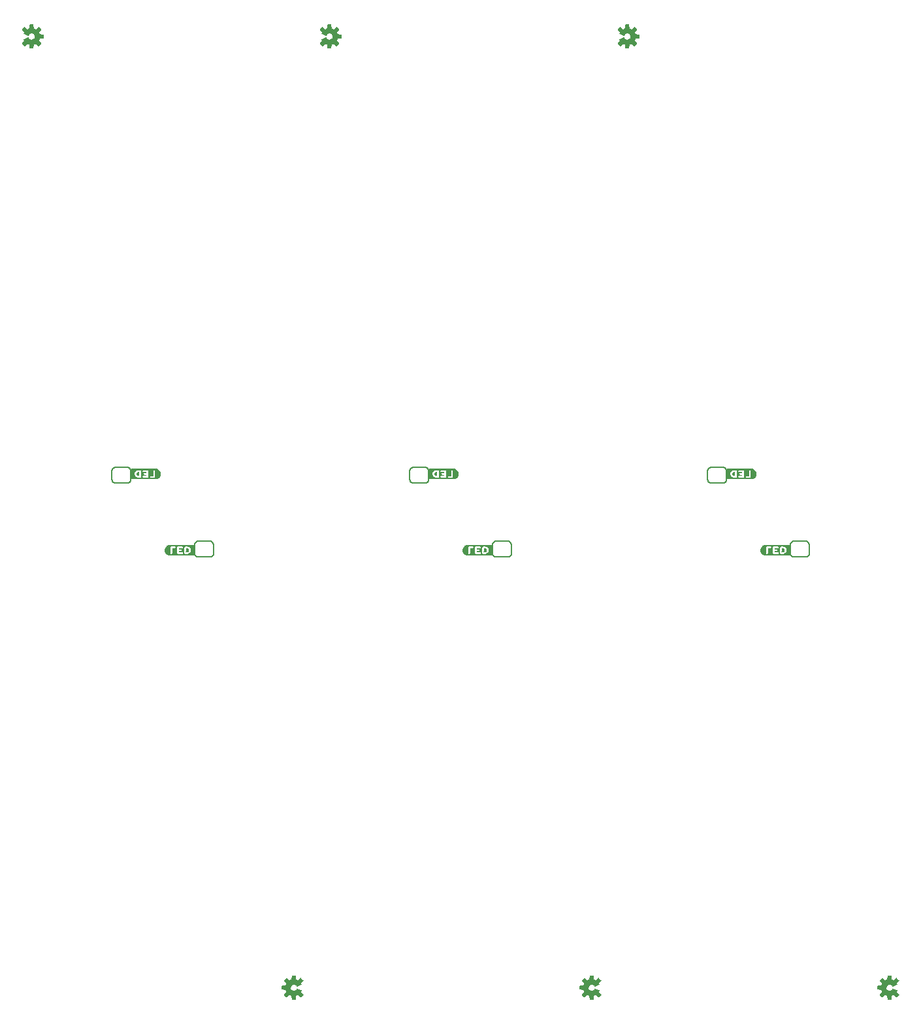
<source format=gbo>
G04 EAGLE Gerber RS-274X export*
G75*
%MOMM*%
%FSLAX34Y34*%
%LPD*%
%INSilkscreen Bottom*%
%IPPOS*%
%AMOC8*
5,1,8,0,0,1.08239X$1,22.5*%
G01*
%ADD10C,0.203200*%

G36*
X1003820Y625386D02*
X1003820Y625386D01*
X1003828Y625388D01*
X1004028Y625888D01*
X1004024Y625901D01*
X1004031Y625906D01*
X1004031Y638806D01*
X1004002Y638844D01*
X1004000Y638852D01*
X1003500Y639052D01*
X1003488Y639048D01*
X1003487Y639048D01*
X1003482Y639055D01*
X972382Y639055D01*
X972335Y639019D01*
X972339Y639014D01*
X972337Y639012D01*
X972343Y639004D01*
X972337Y638996D01*
X972329Y639021D01*
X972284Y639053D01*
X972282Y639055D01*
X971682Y639055D01*
X971678Y639052D01*
X971675Y639055D01*
X970275Y638855D01*
X970272Y638851D01*
X970270Y638851D01*
X970269Y638851D01*
X970266Y638853D01*
X969666Y638653D01*
X969663Y638648D01*
X969660Y638650D01*
X968460Y638050D01*
X968458Y638046D01*
X968455Y638047D01*
X967855Y637647D01*
X967854Y637644D01*
X967851Y637644D01*
X967351Y637244D01*
X967350Y637240D01*
X967347Y637241D01*
X966847Y636741D01*
X966846Y636734D01*
X966841Y636733D01*
X966442Y636135D01*
X966044Y635637D01*
X966043Y635629D01*
X966038Y635628D01*
X965738Y635028D01*
X965739Y635025D01*
X965736Y635023D01*
X965738Y635021D01*
X965735Y635020D01*
X965708Y634925D01*
X965665Y634777D01*
X965651Y634728D01*
X965609Y634580D01*
X965567Y634432D01*
X965553Y634383D01*
X965535Y634321D01*
X965335Y633722D01*
X965337Y633715D01*
X965333Y633713D01*
X965133Y632313D01*
X965139Y632303D01*
X965133Y632298D01*
X965233Y631702D01*
X965233Y631006D01*
X965239Y630998D01*
X965235Y630992D01*
X965435Y630292D01*
X965436Y630291D01*
X965435Y630290D01*
X965635Y629690D01*
X965640Y629687D01*
X965638Y629684D01*
X966238Y628484D01*
X966245Y628481D01*
X966244Y628475D01*
X966644Y627975D01*
X966644Y627974D01*
X967144Y627374D01*
X967151Y627373D01*
X967151Y627368D01*
X968151Y626568D01*
X968155Y626567D01*
X968155Y626565D01*
X968755Y626165D01*
X968759Y626165D01*
X968760Y626162D01*
X969360Y625862D01*
X969365Y625863D01*
X969366Y625859D01*
X969966Y625659D01*
X969973Y625661D01*
X969975Y625657D01*
X970675Y625557D01*
X971374Y625457D01*
X971974Y625357D01*
X971979Y625360D01*
X971982Y625357D01*
X1003782Y625357D01*
X1003820Y625386D01*
G37*
G36*
X231660Y625386D02*
X231660Y625386D01*
X231668Y625388D01*
X231868Y625888D01*
X231864Y625901D01*
X231871Y625906D01*
X231871Y638806D01*
X231842Y638844D01*
X231840Y638852D01*
X231340Y639052D01*
X231328Y639048D01*
X231327Y639048D01*
X231322Y639055D01*
X200222Y639055D01*
X200175Y639019D01*
X200179Y639014D01*
X200177Y639012D01*
X200183Y639004D01*
X200177Y638996D01*
X200169Y639021D01*
X200124Y639053D01*
X200122Y639055D01*
X199522Y639055D01*
X199518Y639052D01*
X199515Y639055D01*
X198115Y638855D01*
X198112Y638851D01*
X198110Y638851D01*
X198109Y638851D01*
X198106Y638853D01*
X197506Y638653D01*
X197503Y638648D01*
X197500Y638650D01*
X196300Y638050D01*
X196298Y638046D01*
X196295Y638047D01*
X195695Y637647D01*
X195694Y637644D01*
X195691Y637644D01*
X195191Y637244D01*
X195190Y637240D01*
X195187Y637241D01*
X194687Y636741D01*
X194686Y636734D01*
X194681Y636733D01*
X194282Y636135D01*
X193884Y635637D01*
X193883Y635629D01*
X193878Y635628D01*
X193578Y635028D01*
X193579Y635025D01*
X193576Y635023D01*
X193578Y635021D01*
X193575Y635020D01*
X193548Y634925D01*
X193505Y634777D01*
X193491Y634728D01*
X193449Y634580D01*
X193407Y634432D01*
X193393Y634383D01*
X193375Y634321D01*
X193175Y633722D01*
X193177Y633715D01*
X193173Y633713D01*
X192973Y632313D01*
X192979Y632303D01*
X192973Y632298D01*
X193073Y631702D01*
X193073Y631006D01*
X193079Y630998D01*
X193075Y630992D01*
X193275Y630292D01*
X193276Y630291D01*
X193275Y630290D01*
X193475Y629690D01*
X193480Y629687D01*
X193478Y629684D01*
X194078Y628484D01*
X194085Y628481D01*
X194084Y628475D01*
X194484Y627975D01*
X194484Y627974D01*
X194984Y627374D01*
X194991Y627373D01*
X194991Y627368D01*
X195991Y626568D01*
X195995Y626567D01*
X195995Y626565D01*
X196595Y626165D01*
X196599Y626165D01*
X196600Y626162D01*
X197200Y625862D01*
X197205Y625863D01*
X197206Y625859D01*
X197806Y625659D01*
X197813Y625661D01*
X197815Y625657D01*
X198515Y625557D01*
X199214Y625457D01*
X199814Y625357D01*
X199819Y625360D01*
X199822Y625357D01*
X231622Y625357D01*
X231660Y625386D01*
G37*
G36*
X617740Y625386D02*
X617740Y625386D01*
X617748Y625388D01*
X617948Y625888D01*
X617944Y625901D01*
X617951Y625906D01*
X617951Y638806D01*
X617922Y638844D01*
X617920Y638852D01*
X617420Y639052D01*
X617408Y639048D01*
X617407Y639048D01*
X617402Y639055D01*
X586302Y639055D01*
X586255Y639019D01*
X586259Y639014D01*
X586257Y639012D01*
X586263Y639004D01*
X586257Y638996D01*
X586249Y639021D01*
X586204Y639053D01*
X586202Y639055D01*
X585602Y639055D01*
X585598Y639052D01*
X585595Y639055D01*
X584195Y638855D01*
X584192Y638851D01*
X584190Y638851D01*
X584189Y638851D01*
X584186Y638853D01*
X583586Y638653D01*
X583583Y638648D01*
X583580Y638650D01*
X582380Y638050D01*
X582378Y638046D01*
X582375Y638047D01*
X581775Y637647D01*
X581774Y637644D01*
X581771Y637644D01*
X581271Y637244D01*
X581270Y637240D01*
X581267Y637241D01*
X580767Y636741D01*
X580766Y636734D01*
X580761Y636733D01*
X580362Y636135D01*
X579964Y635637D01*
X579963Y635629D01*
X579958Y635628D01*
X579658Y635028D01*
X579659Y635025D01*
X579656Y635023D01*
X579658Y635021D01*
X579655Y635020D01*
X579628Y634925D01*
X579585Y634777D01*
X579571Y634728D01*
X579529Y634580D01*
X579487Y634432D01*
X579473Y634383D01*
X579455Y634321D01*
X579255Y633722D01*
X579257Y633715D01*
X579253Y633713D01*
X579053Y632313D01*
X579059Y632303D01*
X579053Y632298D01*
X579153Y631702D01*
X579153Y631006D01*
X579159Y630998D01*
X579155Y630992D01*
X579355Y630292D01*
X579356Y630291D01*
X579355Y630290D01*
X579555Y629690D01*
X579560Y629687D01*
X579558Y629684D01*
X580158Y628484D01*
X580165Y628481D01*
X580164Y628475D01*
X580564Y627975D01*
X580564Y627974D01*
X581064Y627374D01*
X581071Y627373D01*
X581071Y627368D01*
X582071Y626568D01*
X582075Y626567D01*
X582075Y626565D01*
X582675Y626165D01*
X582679Y626165D01*
X582680Y626162D01*
X583280Y625862D01*
X583285Y625863D01*
X583286Y625859D01*
X583886Y625659D01*
X583893Y625661D01*
X583895Y625657D01*
X584595Y625557D01*
X585294Y625457D01*
X585894Y625357D01*
X585899Y625360D01*
X585902Y625357D01*
X617702Y625357D01*
X617740Y625386D01*
G37*
G36*
X952985Y724199D02*
X952985Y724199D01*
X952975Y724212D01*
X952983Y724222D01*
X952991Y724197D01*
X953036Y724165D01*
X953038Y724163D01*
X953638Y724163D01*
X953642Y724166D01*
X953645Y724163D01*
X955045Y724363D01*
X955050Y724368D01*
X955054Y724365D01*
X955654Y724565D01*
X955657Y724570D01*
X955660Y724568D01*
X956860Y725168D01*
X956862Y725172D01*
X956865Y725171D01*
X957465Y725571D01*
X957466Y725574D01*
X957469Y725574D01*
X957969Y725974D01*
X957970Y725978D01*
X957973Y725977D01*
X958473Y726477D01*
X958474Y726484D01*
X958479Y726485D01*
X958878Y727083D01*
X959276Y727581D01*
X959277Y727589D01*
X959282Y727590D01*
X959582Y728190D01*
X959581Y728197D01*
X959585Y728198D01*
X959610Y728286D01*
X959611Y728286D01*
X959610Y728286D01*
X959653Y728434D01*
X959667Y728483D01*
X959709Y728631D01*
X959751Y728779D01*
X959765Y728828D01*
X959785Y728897D01*
X959985Y729496D01*
X959983Y729503D01*
X959987Y729505D01*
X960187Y730905D01*
X960181Y730915D01*
X960187Y730920D01*
X960087Y731516D01*
X960087Y732212D01*
X960081Y732220D01*
X960085Y732226D01*
X959885Y732926D01*
X959884Y732927D01*
X959885Y732928D01*
X959685Y733528D01*
X959680Y733531D01*
X959682Y733534D01*
X959082Y734734D01*
X959075Y734737D01*
X959076Y734743D01*
X958676Y735243D01*
X958676Y735244D01*
X958176Y735844D01*
X958169Y735845D01*
X958169Y735850D01*
X957169Y736650D01*
X957165Y736651D01*
X957165Y736653D01*
X956565Y737053D01*
X956561Y737053D01*
X956560Y737056D01*
X955960Y737356D01*
X955955Y737355D01*
X955954Y737359D01*
X955354Y737559D01*
X955347Y737557D01*
X955345Y737561D01*
X954645Y737661D01*
X953946Y737761D01*
X953346Y737861D01*
X953341Y737858D01*
X953338Y737861D01*
X921538Y737861D01*
X921500Y737832D01*
X921492Y737830D01*
X921292Y737330D01*
X921293Y737328D01*
X921291Y737326D01*
X921295Y737320D01*
X921296Y737317D01*
X921289Y737312D01*
X921289Y724412D01*
X921318Y724374D01*
X921320Y724366D01*
X921820Y724166D01*
X921833Y724170D01*
X921838Y724163D01*
X952938Y724163D01*
X952985Y724199D01*
G37*
G36*
X180825Y724199D02*
X180825Y724199D01*
X180815Y724212D01*
X180823Y724222D01*
X180831Y724197D01*
X180876Y724165D01*
X180878Y724163D01*
X181478Y724163D01*
X181482Y724166D01*
X181485Y724163D01*
X182885Y724363D01*
X182890Y724368D01*
X182894Y724365D01*
X183494Y724565D01*
X183497Y724570D01*
X183500Y724568D01*
X184700Y725168D01*
X184702Y725172D01*
X184705Y725171D01*
X185305Y725571D01*
X185306Y725574D01*
X185309Y725574D01*
X185809Y725974D01*
X185810Y725978D01*
X185813Y725977D01*
X186313Y726477D01*
X186314Y726484D01*
X186319Y726485D01*
X186718Y727083D01*
X187116Y727581D01*
X187117Y727589D01*
X187122Y727590D01*
X187422Y728190D01*
X187421Y728197D01*
X187425Y728198D01*
X187450Y728286D01*
X187451Y728286D01*
X187450Y728286D01*
X187493Y728434D01*
X187507Y728483D01*
X187549Y728631D01*
X187591Y728779D01*
X187605Y728828D01*
X187625Y728897D01*
X187825Y729496D01*
X187823Y729503D01*
X187827Y729505D01*
X188027Y730905D01*
X188021Y730915D01*
X188027Y730920D01*
X187927Y731516D01*
X187927Y732212D01*
X187921Y732220D01*
X187925Y732226D01*
X187725Y732926D01*
X187724Y732927D01*
X187725Y732928D01*
X187525Y733528D01*
X187520Y733531D01*
X187522Y733534D01*
X186922Y734734D01*
X186915Y734737D01*
X186916Y734743D01*
X186516Y735243D01*
X186516Y735244D01*
X186016Y735844D01*
X186009Y735845D01*
X186009Y735850D01*
X185009Y736650D01*
X185005Y736651D01*
X185005Y736653D01*
X184405Y737053D01*
X184401Y737053D01*
X184400Y737056D01*
X183800Y737356D01*
X183795Y737355D01*
X183794Y737359D01*
X183194Y737559D01*
X183187Y737557D01*
X183185Y737561D01*
X182485Y737661D01*
X181786Y737761D01*
X181186Y737861D01*
X181181Y737858D01*
X181178Y737861D01*
X149378Y737861D01*
X149340Y737832D01*
X149332Y737830D01*
X149132Y737330D01*
X149133Y737328D01*
X149131Y737326D01*
X149135Y737320D01*
X149136Y737317D01*
X149129Y737312D01*
X149129Y724412D01*
X149158Y724374D01*
X149160Y724366D01*
X149660Y724166D01*
X149673Y724170D01*
X149678Y724163D01*
X180778Y724163D01*
X180825Y724199D01*
G37*
G36*
X566905Y724199D02*
X566905Y724199D01*
X566895Y724212D01*
X566903Y724222D01*
X566911Y724197D01*
X566956Y724165D01*
X566958Y724163D01*
X567558Y724163D01*
X567562Y724166D01*
X567565Y724163D01*
X568965Y724363D01*
X568970Y724368D01*
X568974Y724365D01*
X569574Y724565D01*
X569577Y724570D01*
X569580Y724568D01*
X570780Y725168D01*
X570782Y725172D01*
X570785Y725171D01*
X571385Y725571D01*
X571386Y725574D01*
X571389Y725574D01*
X571889Y725974D01*
X571890Y725978D01*
X571893Y725977D01*
X572393Y726477D01*
X572394Y726484D01*
X572399Y726485D01*
X572798Y727083D01*
X573196Y727581D01*
X573197Y727589D01*
X573202Y727590D01*
X573502Y728190D01*
X573501Y728197D01*
X573505Y728198D01*
X573530Y728286D01*
X573531Y728286D01*
X573530Y728286D01*
X573573Y728434D01*
X573587Y728483D01*
X573629Y728631D01*
X573671Y728779D01*
X573685Y728828D01*
X573705Y728897D01*
X573905Y729496D01*
X573903Y729503D01*
X573907Y729505D01*
X574107Y730905D01*
X574101Y730915D01*
X574107Y730920D01*
X574007Y731516D01*
X574007Y732212D01*
X574001Y732220D01*
X574005Y732226D01*
X573805Y732926D01*
X573804Y732927D01*
X573805Y732928D01*
X573605Y733528D01*
X573600Y733531D01*
X573602Y733534D01*
X573002Y734734D01*
X572995Y734737D01*
X572996Y734743D01*
X572596Y735243D01*
X572596Y735244D01*
X572096Y735844D01*
X572089Y735845D01*
X572089Y735850D01*
X571089Y736650D01*
X571085Y736651D01*
X571085Y736653D01*
X570485Y737053D01*
X570481Y737053D01*
X570480Y737056D01*
X569880Y737356D01*
X569875Y737355D01*
X569874Y737359D01*
X569274Y737559D01*
X569267Y737557D01*
X569265Y737561D01*
X568565Y737661D01*
X567866Y737761D01*
X567266Y737861D01*
X567261Y737858D01*
X567258Y737861D01*
X535458Y737861D01*
X535420Y737832D01*
X535412Y737830D01*
X535212Y737330D01*
X535213Y737328D01*
X535211Y737326D01*
X535215Y737320D01*
X535216Y737317D01*
X535209Y737312D01*
X535209Y724412D01*
X535238Y724374D01*
X535240Y724366D01*
X535740Y724166D01*
X535753Y724170D01*
X535758Y724163D01*
X566858Y724163D01*
X566905Y724199D01*
G37*
G36*
X22509Y1282066D02*
X22509Y1282066D01*
X22617Y1282080D01*
X22629Y1282086D01*
X22643Y1282088D01*
X22739Y1282140D01*
X22836Y1282187D01*
X22846Y1282197D01*
X22858Y1282203D01*
X22932Y1282283D01*
X23009Y1282359D01*
X23015Y1282371D01*
X23025Y1282382D01*
X23070Y1282480D01*
X23118Y1282577D01*
X23122Y1282595D01*
X23126Y1282604D01*
X23128Y1282625D01*
X23147Y1282722D01*
X23590Y1287073D01*
X24749Y1287444D01*
X24767Y1287454D01*
X24864Y1287492D01*
X25946Y1288049D01*
X29336Y1285285D01*
X29430Y1285231D01*
X29522Y1285174D01*
X29535Y1285171D01*
X29547Y1285164D01*
X29654Y1285143D01*
X29759Y1285118D01*
X29773Y1285120D01*
X29787Y1285117D01*
X29894Y1285132D01*
X30002Y1285142D01*
X30015Y1285148D01*
X30029Y1285150D01*
X30126Y1285198D01*
X30225Y1285243D01*
X30238Y1285254D01*
X30247Y1285258D01*
X30262Y1285274D01*
X30339Y1285336D01*
X32924Y1287921D01*
X32987Y1288010D01*
X33053Y1288095D01*
X33058Y1288108D01*
X33066Y1288120D01*
X33097Y1288223D01*
X33133Y1288326D01*
X33133Y1288340D01*
X33137Y1288353D01*
X33133Y1288461D01*
X33134Y1288570D01*
X33129Y1288583D01*
X33129Y1288597D01*
X33091Y1288699D01*
X33056Y1288801D01*
X33047Y1288816D01*
X33043Y1288825D01*
X33029Y1288842D01*
X32975Y1288924D01*
X30211Y1292314D01*
X30768Y1293396D01*
X30774Y1293416D01*
X30816Y1293511D01*
X31187Y1294670D01*
X35538Y1295113D01*
X35642Y1295141D01*
X35748Y1295166D01*
X35760Y1295173D01*
X35773Y1295176D01*
X35863Y1295237D01*
X35956Y1295294D01*
X35964Y1295305D01*
X35976Y1295313D01*
X36042Y1295399D01*
X36111Y1295483D01*
X36115Y1295496D01*
X36124Y1295507D01*
X36158Y1295610D01*
X36197Y1295711D01*
X36198Y1295729D01*
X36202Y1295738D01*
X36202Y1295760D01*
X36211Y1295858D01*
X36211Y1299514D01*
X36194Y1299621D01*
X36180Y1299729D01*
X36174Y1299741D01*
X36172Y1299755D01*
X36120Y1299851D01*
X36073Y1299948D01*
X36063Y1299958D01*
X36057Y1299970D01*
X35977Y1300044D01*
X35901Y1300121D01*
X35889Y1300127D01*
X35879Y1300137D01*
X35780Y1300182D01*
X35683Y1300230D01*
X35665Y1300234D01*
X35656Y1300238D01*
X35635Y1300240D01*
X35538Y1300259D01*
X31187Y1300702D01*
X30816Y1301861D01*
X30806Y1301879D01*
X30768Y1301976D01*
X30211Y1303058D01*
X32975Y1306448D01*
X33029Y1306542D01*
X33086Y1306634D01*
X33089Y1306647D01*
X33096Y1306659D01*
X33117Y1306766D01*
X33142Y1306871D01*
X33140Y1306885D01*
X33143Y1306899D01*
X33128Y1307006D01*
X33118Y1307114D01*
X33112Y1307127D01*
X33110Y1307141D01*
X33062Y1307238D01*
X33017Y1307337D01*
X33006Y1307350D01*
X33002Y1307359D01*
X32986Y1307374D01*
X32924Y1307451D01*
X30339Y1310036D01*
X30250Y1310099D01*
X30165Y1310165D01*
X30152Y1310170D01*
X30140Y1310178D01*
X30037Y1310209D01*
X29934Y1310245D01*
X29920Y1310245D01*
X29907Y1310249D01*
X29799Y1310245D01*
X29690Y1310246D01*
X29677Y1310241D01*
X29663Y1310241D01*
X29561Y1310203D01*
X29459Y1310168D01*
X29444Y1310159D01*
X29435Y1310155D01*
X29418Y1310141D01*
X29336Y1310087D01*
X25946Y1307323D01*
X24864Y1307880D01*
X24844Y1307886D01*
X24749Y1307928D01*
X23590Y1308299D01*
X23147Y1312650D01*
X23119Y1312754D01*
X23094Y1312860D01*
X23087Y1312872D01*
X23084Y1312885D01*
X23023Y1312975D01*
X22966Y1313068D01*
X22955Y1313076D01*
X22947Y1313088D01*
X22861Y1313154D01*
X22777Y1313223D01*
X22764Y1313227D01*
X22753Y1313236D01*
X22650Y1313270D01*
X22549Y1313309D01*
X22531Y1313310D01*
X22522Y1313314D01*
X22500Y1313314D01*
X22402Y1313323D01*
X18746Y1313323D01*
X18639Y1313306D01*
X18531Y1313292D01*
X18519Y1313286D01*
X18505Y1313284D01*
X18409Y1313232D01*
X18312Y1313185D01*
X18302Y1313175D01*
X18290Y1313169D01*
X18216Y1313089D01*
X18139Y1313013D01*
X18133Y1313001D01*
X18123Y1312991D01*
X18078Y1312892D01*
X18030Y1312795D01*
X18026Y1312777D01*
X18022Y1312768D01*
X18020Y1312747D01*
X18001Y1312650D01*
X17558Y1308299D01*
X16399Y1307928D01*
X16381Y1307918D01*
X16284Y1307880D01*
X15202Y1307323D01*
X11812Y1310087D01*
X11718Y1310141D01*
X11626Y1310198D01*
X11613Y1310201D01*
X11601Y1310208D01*
X11494Y1310229D01*
X11389Y1310254D01*
X11375Y1310252D01*
X11361Y1310255D01*
X11254Y1310240D01*
X11146Y1310230D01*
X11133Y1310224D01*
X11120Y1310222D01*
X11022Y1310174D01*
X10923Y1310129D01*
X10910Y1310118D01*
X10901Y1310114D01*
X10886Y1310098D01*
X10809Y1310036D01*
X8224Y1307451D01*
X8161Y1307362D01*
X8095Y1307277D01*
X8090Y1307264D01*
X8082Y1307252D01*
X8051Y1307149D01*
X8015Y1307046D01*
X8015Y1307032D01*
X8011Y1307019D01*
X8015Y1306911D01*
X8014Y1306802D01*
X8019Y1306789D01*
X8019Y1306775D01*
X8057Y1306673D01*
X8092Y1306571D01*
X8101Y1306556D01*
X8105Y1306547D01*
X8119Y1306530D01*
X8173Y1306448D01*
X10937Y1303058D01*
X10380Y1301976D01*
X10363Y1301923D01*
X10337Y1301874D01*
X10326Y1301808D01*
X10305Y1301744D01*
X10306Y1301688D01*
X10297Y1301634D01*
X10308Y1301567D01*
X10309Y1301500D01*
X10327Y1301448D01*
X10336Y1301393D01*
X10368Y1301333D01*
X10391Y1301270D01*
X10425Y1301227D01*
X10451Y1301178D01*
X10500Y1301131D01*
X10542Y1301079D01*
X10589Y1301049D01*
X10629Y1301011D01*
X10734Y1300954D01*
X10747Y1300946D01*
X10752Y1300945D01*
X10759Y1300941D01*
X15956Y1298788D01*
X16055Y1298765D01*
X16153Y1298736D01*
X16174Y1298737D01*
X16194Y1298732D01*
X16295Y1298742D01*
X16396Y1298747D01*
X16416Y1298754D01*
X16437Y1298756D01*
X16529Y1298798D01*
X16624Y1298835D01*
X16640Y1298848D01*
X16659Y1298857D01*
X16733Y1298926D01*
X16811Y1298991D01*
X16827Y1299014D01*
X16837Y1299024D01*
X16849Y1299045D01*
X16896Y1299112D01*
X17402Y1300011D01*
X18046Y1300698D01*
X18834Y1301213D01*
X19722Y1301525D01*
X20659Y1301617D01*
X21591Y1301484D01*
X22465Y1301133D01*
X23230Y1300584D01*
X23843Y1299870D01*
X24268Y1299030D01*
X24482Y1298114D01*
X24472Y1297172D01*
X24238Y1296260D01*
X23795Y1295430D01*
X23166Y1294729D01*
X22389Y1294197D01*
X21508Y1293866D01*
X20573Y1293753D01*
X19656Y1293861D01*
X18788Y1294181D01*
X18019Y1294695D01*
X17392Y1295374D01*
X16897Y1296258D01*
X16833Y1296338D01*
X16773Y1296421D01*
X16757Y1296433D01*
X16744Y1296449D01*
X16658Y1296504D01*
X16575Y1296564D01*
X16556Y1296570D01*
X16539Y1296580D01*
X16440Y1296605D01*
X16342Y1296635D01*
X16322Y1296634D01*
X16302Y1296639D01*
X16200Y1296630D01*
X16098Y1296627D01*
X16073Y1296619D01*
X16059Y1296618D01*
X16037Y1296609D01*
X15956Y1296584D01*
X10759Y1294431D01*
X10712Y1294402D01*
X10660Y1294381D01*
X10609Y1294338D01*
X10552Y1294302D01*
X10517Y1294259D01*
X10474Y1294223D01*
X10440Y1294166D01*
X10397Y1294114D01*
X10378Y1294062D01*
X10349Y1294014D01*
X10335Y1293948D01*
X10311Y1293885D01*
X10309Y1293830D01*
X10298Y1293776D01*
X10305Y1293709D01*
X10303Y1293642D01*
X10319Y1293588D01*
X10326Y1293533D01*
X10370Y1293422D01*
X10374Y1293408D01*
X10377Y1293404D01*
X10380Y1293396D01*
X10937Y1292314D01*
X8173Y1288924D01*
X8119Y1288830D01*
X8062Y1288738D01*
X8059Y1288725D01*
X8052Y1288713D01*
X8031Y1288606D01*
X8006Y1288501D01*
X8008Y1288487D01*
X8005Y1288473D01*
X8020Y1288366D01*
X8030Y1288258D01*
X8036Y1288245D01*
X8038Y1288232D01*
X8086Y1288134D01*
X8131Y1288035D01*
X8142Y1288022D01*
X8146Y1288013D01*
X8162Y1287998D01*
X8224Y1287921D01*
X10809Y1285336D01*
X10898Y1285273D01*
X10983Y1285207D01*
X10996Y1285202D01*
X11008Y1285194D01*
X11111Y1285163D01*
X11214Y1285127D01*
X11228Y1285127D01*
X11241Y1285123D01*
X11349Y1285127D01*
X11458Y1285126D01*
X11471Y1285131D01*
X11485Y1285131D01*
X11587Y1285169D01*
X11689Y1285204D01*
X11704Y1285213D01*
X11713Y1285217D01*
X11730Y1285231D01*
X11812Y1285285D01*
X15202Y1288049D01*
X16284Y1287492D01*
X16304Y1287486D01*
X16399Y1287444D01*
X17558Y1287073D01*
X18001Y1282722D01*
X18029Y1282618D01*
X18054Y1282512D01*
X18061Y1282500D01*
X18064Y1282487D01*
X18125Y1282397D01*
X18182Y1282304D01*
X18193Y1282296D01*
X18201Y1282284D01*
X18287Y1282218D01*
X18371Y1282150D01*
X18384Y1282145D01*
X18395Y1282136D01*
X18498Y1282102D01*
X18599Y1282063D01*
X18617Y1282062D01*
X18626Y1282058D01*
X18648Y1282059D01*
X18746Y1282049D01*
X22402Y1282049D01*
X22509Y1282066D01*
G37*
G36*
X408589Y1282066D02*
X408589Y1282066D01*
X408697Y1282080D01*
X408709Y1282086D01*
X408723Y1282088D01*
X408819Y1282140D01*
X408916Y1282187D01*
X408926Y1282197D01*
X408938Y1282203D01*
X409012Y1282283D01*
X409089Y1282359D01*
X409095Y1282371D01*
X409105Y1282382D01*
X409150Y1282480D01*
X409198Y1282577D01*
X409202Y1282595D01*
X409206Y1282604D01*
X409208Y1282625D01*
X409227Y1282722D01*
X409670Y1287073D01*
X410829Y1287444D01*
X410847Y1287454D01*
X410944Y1287492D01*
X412026Y1288049D01*
X415416Y1285285D01*
X415510Y1285231D01*
X415602Y1285174D01*
X415615Y1285171D01*
X415627Y1285164D01*
X415734Y1285143D01*
X415839Y1285118D01*
X415853Y1285120D01*
X415867Y1285117D01*
X415974Y1285132D01*
X416082Y1285142D01*
X416095Y1285148D01*
X416109Y1285150D01*
X416206Y1285198D01*
X416305Y1285243D01*
X416318Y1285254D01*
X416327Y1285258D01*
X416342Y1285274D01*
X416419Y1285336D01*
X419004Y1287921D01*
X419067Y1288010D01*
X419133Y1288095D01*
X419138Y1288108D01*
X419146Y1288120D01*
X419177Y1288223D01*
X419213Y1288326D01*
X419213Y1288340D01*
X419217Y1288353D01*
X419213Y1288461D01*
X419214Y1288570D01*
X419209Y1288583D01*
X419209Y1288597D01*
X419171Y1288699D01*
X419136Y1288801D01*
X419127Y1288816D01*
X419123Y1288825D01*
X419109Y1288842D01*
X419055Y1288924D01*
X416291Y1292314D01*
X416848Y1293396D01*
X416854Y1293416D01*
X416896Y1293511D01*
X417267Y1294670D01*
X421618Y1295113D01*
X421722Y1295141D01*
X421828Y1295166D01*
X421840Y1295173D01*
X421853Y1295176D01*
X421943Y1295237D01*
X422036Y1295294D01*
X422044Y1295305D01*
X422056Y1295313D01*
X422122Y1295399D01*
X422191Y1295483D01*
X422195Y1295496D01*
X422204Y1295507D01*
X422238Y1295610D01*
X422277Y1295711D01*
X422278Y1295729D01*
X422282Y1295738D01*
X422282Y1295760D01*
X422291Y1295858D01*
X422291Y1299514D01*
X422274Y1299621D01*
X422260Y1299729D01*
X422254Y1299741D01*
X422252Y1299755D01*
X422200Y1299851D01*
X422153Y1299948D01*
X422143Y1299958D01*
X422137Y1299970D01*
X422057Y1300044D01*
X421981Y1300121D01*
X421969Y1300127D01*
X421959Y1300137D01*
X421860Y1300182D01*
X421763Y1300230D01*
X421745Y1300234D01*
X421736Y1300238D01*
X421715Y1300240D01*
X421618Y1300259D01*
X417267Y1300702D01*
X416896Y1301861D01*
X416886Y1301879D01*
X416848Y1301976D01*
X416291Y1303058D01*
X419055Y1306448D01*
X419109Y1306542D01*
X419166Y1306634D01*
X419169Y1306647D01*
X419176Y1306659D01*
X419197Y1306766D01*
X419222Y1306871D01*
X419220Y1306885D01*
X419223Y1306899D01*
X419208Y1307006D01*
X419198Y1307114D01*
X419192Y1307127D01*
X419190Y1307141D01*
X419142Y1307238D01*
X419097Y1307337D01*
X419086Y1307350D01*
X419082Y1307359D01*
X419066Y1307374D01*
X419004Y1307451D01*
X416419Y1310036D01*
X416330Y1310099D01*
X416245Y1310165D01*
X416232Y1310170D01*
X416220Y1310178D01*
X416117Y1310209D01*
X416014Y1310245D01*
X416000Y1310245D01*
X415987Y1310249D01*
X415879Y1310245D01*
X415770Y1310246D01*
X415757Y1310241D01*
X415743Y1310241D01*
X415641Y1310203D01*
X415539Y1310168D01*
X415524Y1310159D01*
X415515Y1310155D01*
X415498Y1310141D01*
X415416Y1310087D01*
X412026Y1307323D01*
X410944Y1307880D01*
X410924Y1307886D01*
X410829Y1307928D01*
X409670Y1308299D01*
X409227Y1312650D01*
X409199Y1312754D01*
X409174Y1312860D01*
X409167Y1312872D01*
X409164Y1312885D01*
X409103Y1312975D01*
X409046Y1313068D01*
X409035Y1313076D01*
X409027Y1313088D01*
X408941Y1313154D01*
X408857Y1313223D01*
X408844Y1313227D01*
X408833Y1313236D01*
X408730Y1313270D01*
X408629Y1313309D01*
X408611Y1313310D01*
X408602Y1313314D01*
X408580Y1313314D01*
X408482Y1313323D01*
X404826Y1313323D01*
X404719Y1313306D01*
X404611Y1313292D01*
X404599Y1313286D01*
X404585Y1313284D01*
X404489Y1313232D01*
X404392Y1313185D01*
X404382Y1313175D01*
X404370Y1313169D01*
X404296Y1313089D01*
X404219Y1313013D01*
X404213Y1313001D01*
X404203Y1312991D01*
X404158Y1312892D01*
X404110Y1312795D01*
X404106Y1312777D01*
X404102Y1312768D01*
X404100Y1312747D01*
X404081Y1312650D01*
X403638Y1308299D01*
X402479Y1307928D01*
X402461Y1307918D01*
X402364Y1307880D01*
X401282Y1307323D01*
X397892Y1310087D01*
X397798Y1310141D01*
X397706Y1310198D01*
X397693Y1310201D01*
X397681Y1310208D01*
X397574Y1310229D01*
X397469Y1310254D01*
X397455Y1310252D01*
X397441Y1310255D01*
X397334Y1310240D01*
X397226Y1310230D01*
X397213Y1310224D01*
X397200Y1310222D01*
X397102Y1310174D01*
X397003Y1310129D01*
X396990Y1310118D01*
X396981Y1310114D01*
X396966Y1310098D01*
X396889Y1310036D01*
X394304Y1307451D01*
X394241Y1307362D01*
X394175Y1307277D01*
X394170Y1307264D01*
X394162Y1307252D01*
X394131Y1307149D01*
X394095Y1307046D01*
X394095Y1307032D01*
X394091Y1307019D01*
X394095Y1306911D01*
X394094Y1306802D01*
X394099Y1306789D01*
X394099Y1306775D01*
X394137Y1306673D01*
X394172Y1306571D01*
X394181Y1306556D01*
X394185Y1306547D01*
X394199Y1306530D01*
X394253Y1306448D01*
X397017Y1303058D01*
X396460Y1301976D01*
X396443Y1301923D01*
X396417Y1301874D01*
X396406Y1301808D01*
X396385Y1301744D01*
X396386Y1301688D01*
X396377Y1301634D01*
X396388Y1301567D01*
X396389Y1301500D01*
X396407Y1301448D01*
X396416Y1301393D01*
X396448Y1301333D01*
X396471Y1301270D01*
X396505Y1301227D01*
X396531Y1301178D01*
X396580Y1301131D01*
X396622Y1301079D01*
X396669Y1301049D01*
X396709Y1301011D01*
X396814Y1300954D01*
X396827Y1300946D01*
X396832Y1300945D01*
X396839Y1300941D01*
X402036Y1298788D01*
X402135Y1298765D01*
X402233Y1298736D01*
X402254Y1298737D01*
X402274Y1298732D01*
X402375Y1298742D01*
X402476Y1298747D01*
X402496Y1298754D01*
X402517Y1298756D01*
X402609Y1298798D01*
X402704Y1298835D01*
X402720Y1298848D01*
X402739Y1298857D01*
X402813Y1298926D01*
X402891Y1298991D01*
X402907Y1299014D01*
X402917Y1299024D01*
X402929Y1299045D01*
X402976Y1299112D01*
X403482Y1300011D01*
X404126Y1300698D01*
X404914Y1301213D01*
X405802Y1301525D01*
X406739Y1301617D01*
X407671Y1301484D01*
X408545Y1301133D01*
X409310Y1300584D01*
X409923Y1299870D01*
X410348Y1299030D01*
X410562Y1298114D01*
X410552Y1297172D01*
X410318Y1296260D01*
X409875Y1295430D01*
X409246Y1294729D01*
X408469Y1294197D01*
X407588Y1293866D01*
X406653Y1293753D01*
X405736Y1293861D01*
X404868Y1294181D01*
X404099Y1294695D01*
X403472Y1295374D01*
X402977Y1296258D01*
X402913Y1296338D01*
X402853Y1296421D01*
X402837Y1296433D01*
X402824Y1296449D01*
X402738Y1296504D01*
X402655Y1296564D01*
X402636Y1296570D01*
X402619Y1296580D01*
X402520Y1296605D01*
X402422Y1296635D01*
X402402Y1296634D01*
X402382Y1296639D01*
X402280Y1296630D01*
X402178Y1296627D01*
X402153Y1296619D01*
X402139Y1296618D01*
X402117Y1296609D01*
X402036Y1296584D01*
X396839Y1294431D01*
X396792Y1294402D01*
X396740Y1294381D01*
X396689Y1294338D01*
X396632Y1294302D01*
X396597Y1294259D01*
X396554Y1294223D01*
X396520Y1294166D01*
X396477Y1294114D01*
X396458Y1294062D01*
X396429Y1294014D01*
X396415Y1293948D01*
X396391Y1293885D01*
X396389Y1293830D01*
X396378Y1293776D01*
X396385Y1293709D01*
X396383Y1293642D01*
X396399Y1293588D01*
X396406Y1293533D01*
X396450Y1293422D01*
X396454Y1293408D01*
X396457Y1293404D01*
X396460Y1293396D01*
X397017Y1292314D01*
X394253Y1288924D01*
X394199Y1288830D01*
X394142Y1288738D01*
X394139Y1288725D01*
X394132Y1288713D01*
X394111Y1288606D01*
X394086Y1288501D01*
X394088Y1288487D01*
X394085Y1288473D01*
X394100Y1288366D01*
X394110Y1288258D01*
X394116Y1288245D01*
X394118Y1288232D01*
X394166Y1288134D01*
X394211Y1288035D01*
X394222Y1288022D01*
X394226Y1288013D01*
X394242Y1287998D01*
X394304Y1287921D01*
X396889Y1285336D01*
X396978Y1285273D01*
X397063Y1285207D01*
X397076Y1285202D01*
X397088Y1285194D01*
X397191Y1285163D01*
X397294Y1285127D01*
X397308Y1285127D01*
X397321Y1285123D01*
X397429Y1285127D01*
X397538Y1285126D01*
X397551Y1285131D01*
X397565Y1285131D01*
X397667Y1285169D01*
X397769Y1285204D01*
X397784Y1285213D01*
X397793Y1285217D01*
X397810Y1285231D01*
X397892Y1285285D01*
X401282Y1288049D01*
X402364Y1287492D01*
X402384Y1287486D01*
X402479Y1287444D01*
X403638Y1287073D01*
X404081Y1282722D01*
X404109Y1282618D01*
X404134Y1282512D01*
X404141Y1282500D01*
X404144Y1282487D01*
X404205Y1282397D01*
X404262Y1282304D01*
X404273Y1282296D01*
X404281Y1282284D01*
X404367Y1282218D01*
X404451Y1282150D01*
X404464Y1282145D01*
X404475Y1282136D01*
X404578Y1282102D01*
X404679Y1282063D01*
X404697Y1282062D01*
X404706Y1282058D01*
X404728Y1282059D01*
X404826Y1282049D01*
X408482Y1282049D01*
X408589Y1282066D01*
G37*
G36*
X794669Y1282066D02*
X794669Y1282066D01*
X794777Y1282080D01*
X794789Y1282086D01*
X794803Y1282088D01*
X794899Y1282140D01*
X794996Y1282187D01*
X795006Y1282197D01*
X795018Y1282203D01*
X795092Y1282283D01*
X795169Y1282359D01*
X795175Y1282371D01*
X795185Y1282382D01*
X795230Y1282480D01*
X795278Y1282577D01*
X795282Y1282595D01*
X795286Y1282604D01*
X795288Y1282625D01*
X795307Y1282722D01*
X795750Y1287073D01*
X796909Y1287444D01*
X796927Y1287454D01*
X797024Y1287492D01*
X798106Y1288049D01*
X801496Y1285285D01*
X801590Y1285231D01*
X801682Y1285174D01*
X801695Y1285171D01*
X801707Y1285164D01*
X801814Y1285143D01*
X801919Y1285118D01*
X801933Y1285120D01*
X801947Y1285117D01*
X802054Y1285132D01*
X802162Y1285142D01*
X802175Y1285148D01*
X802189Y1285150D01*
X802286Y1285198D01*
X802385Y1285243D01*
X802398Y1285254D01*
X802407Y1285258D01*
X802422Y1285274D01*
X802499Y1285336D01*
X805084Y1287921D01*
X805147Y1288010D01*
X805213Y1288095D01*
X805218Y1288108D01*
X805226Y1288120D01*
X805257Y1288223D01*
X805293Y1288326D01*
X805293Y1288340D01*
X805297Y1288353D01*
X805293Y1288461D01*
X805294Y1288570D01*
X805289Y1288583D01*
X805289Y1288597D01*
X805251Y1288699D01*
X805216Y1288801D01*
X805207Y1288816D01*
X805203Y1288825D01*
X805189Y1288842D01*
X805135Y1288924D01*
X802371Y1292314D01*
X802928Y1293396D01*
X802934Y1293416D01*
X802976Y1293511D01*
X803347Y1294670D01*
X807698Y1295113D01*
X807802Y1295141D01*
X807908Y1295166D01*
X807920Y1295173D01*
X807933Y1295176D01*
X808023Y1295237D01*
X808116Y1295294D01*
X808124Y1295305D01*
X808136Y1295313D01*
X808202Y1295399D01*
X808271Y1295483D01*
X808275Y1295496D01*
X808284Y1295507D01*
X808318Y1295610D01*
X808357Y1295711D01*
X808358Y1295729D01*
X808362Y1295738D01*
X808362Y1295760D01*
X808371Y1295858D01*
X808371Y1299514D01*
X808354Y1299621D01*
X808340Y1299729D01*
X808334Y1299741D01*
X808332Y1299755D01*
X808280Y1299851D01*
X808233Y1299948D01*
X808223Y1299958D01*
X808217Y1299970D01*
X808137Y1300044D01*
X808061Y1300121D01*
X808049Y1300127D01*
X808039Y1300137D01*
X807940Y1300182D01*
X807843Y1300230D01*
X807825Y1300234D01*
X807816Y1300238D01*
X807795Y1300240D01*
X807698Y1300259D01*
X803347Y1300702D01*
X802976Y1301861D01*
X802966Y1301879D01*
X802928Y1301976D01*
X802371Y1303058D01*
X805135Y1306448D01*
X805189Y1306542D01*
X805246Y1306634D01*
X805249Y1306647D01*
X805256Y1306659D01*
X805277Y1306766D01*
X805302Y1306871D01*
X805300Y1306885D01*
X805303Y1306899D01*
X805288Y1307006D01*
X805278Y1307114D01*
X805272Y1307127D01*
X805270Y1307141D01*
X805222Y1307238D01*
X805177Y1307337D01*
X805166Y1307350D01*
X805162Y1307359D01*
X805146Y1307374D01*
X805084Y1307451D01*
X802499Y1310036D01*
X802410Y1310099D01*
X802325Y1310165D01*
X802312Y1310170D01*
X802300Y1310178D01*
X802197Y1310209D01*
X802094Y1310245D01*
X802080Y1310245D01*
X802067Y1310249D01*
X801959Y1310245D01*
X801850Y1310246D01*
X801837Y1310241D01*
X801823Y1310241D01*
X801721Y1310203D01*
X801619Y1310168D01*
X801604Y1310159D01*
X801595Y1310155D01*
X801578Y1310141D01*
X801496Y1310087D01*
X798106Y1307323D01*
X797024Y1307880D01*
X797004Y1307886D01*
X796909Y1307928D01*
X795750Y1308299D01*
X795307Y1312650D01*
X795279Y1312754D01*
X795254Y1312860D01*
X795247Y1312872D01*
X795244Y1312885D01*
X795183Y1312975D01*
X795126Y1313068D01*
X795115Y1313076D01*
X795107Y1313088D01*
X795021Y1313154D01*
X794937Y1313223D01*
X794924Y1313227D01*
X794913Y1313236D01*
X794810Y1313270D01*
X794709Y1313309D01*
X794691Y1313310D01*
X794682Y1313314D01*
X794660Y1313314D01*
X794562Y1313323D01*
X790906Y1313323D01*
X790799Y1313306D01*
X790691Y1313292D01*
X790679Y1313286D01*
X790665Y1313284D01*
X790569Y1313232D01*
X790472Y1313185D01*
X790462Y1313175D01*
X790450Y1313169D01*
X790376Y1313089D01*
X790299Y1313013D01*
X790293Y1313001D01*
X790283Y1312991D01*
X790238Y1312892D01*
X790190Y1312795D01*
X790186Y1312777D01*
X790182Y1312768D01*
X790180Y1312747D01*
X790161Y1312650D01*
X789718Y1308299D01*
X788559Y1307928D01*
X788541Y1307918D01*
X788444Y1307880D01*
X787362Y1307323D01*
X783972Y1310087D01*
X783878Y1310141D01*
X783786Y1310198D01*
X783773Y1310201D01*
X783761Y1310208D01*
X783654Y1310229D01*
X783549Y1310254D01*
X783535Y1310252D01*
X783521Y1310255D01*
X783414Y1310240D01*
X783306Y1310230D01*
X783293Y1310224D01*
X783280Y1310222D01*
X783182Y1310174D01*
X783083Y1310129D01*
X783070Y1310118D01*
X783061Y1310114D01*
X783046Y1310098D01*
X782969Y1310036D01*
X780384Y1307451D01*
X780321Y1307362D01*
X780255Y1307277D01*
X780250Y1307264D01*
X780242Y1307252D01*
X780211Y1307149D01*
X780175Y1307046D01*
X780175Y1307032D01*
X780171Y1307019D01*
X780175Y1306911D01*
X780174Y1306802D01*
X780179Y1306789D01*
X780179Y1306775D01*
X780217Y1306673D01*
X780252Y1306571D01*
X780261Y1306556D01*
X780265Y1306547D01*
X780279Y1306530D01*
X780333Y1306448D01*
X783097Y1303058D01*
X782540Y1301976D01*
X782523Y1301923D01*
X782497Y1301874D01*
X782486Y1301808D01*
X782465Y1301744D01*
X782466Y1301688D01*
X782457Y1301634D01*
X782468Y1301567D01*
X782469Y1301500D01*
X782487Y1301448D01*
X782496Y1301393D01*
X782528Y1301333D01*
X782551Y1301270D01*
X782585Y1301227D01*
X782611Y1301178D01*
X782660Y1301131D01*
X782702Y1301079D01*
X782749Y1301049D01*
X782789Y1301011D01*
X782894Y1300954D01*
X782907Y1300946D01*
X782912Y1300945D01*
X782919Y1300941D01*
X788116Y1298788D01*
X788215Y1298765D01*
X788313Y1298736D01*
X788334Y1298737D01*
X788354Y1298732D01*
X788455Y1298742D01*
X788556Y1298747D01*
X788576Y1298754D01*
X788597Y1298756D01*
X788689Y1298798D01*
X788784Y1298835D01*
X788800Y1298848D01*
X788819Y1298857D01*
X788893Y1298926D01*
X788971Y1298991D01*
X788987Y1299014D01*
X788997Y1299024D01*
X789009Y1299045D01*
X789056Y1299112D01*
X789562Y1300011D01*
X790206Y1300698D01*
X790994Y1301213D01*
X791882Y1301525D01*
X792819Y1301617D01*
X793751Y1301484D01*
X794625Y1301133D01*
X795390Y1300584D01*
X796003Y1299870D01*
X796428Y1299030D01*
X796642Y1298114D01*
X796632Y1297172D01*
X796398Y1296260D01*
X795955Y1295430D01*
X795326Y1294729D01*
X794549Y1294197D01*
X793668Y1293866D01*
X792733Y1293753D01*
X791816Y1293861D01*
X790948Y1294181D01*
X790179Y1294695D01*
X789552Y1295374D01*
X789057Y1296258D01*
X788993Y1296338D01*
X788933Y1296421D01*
X788917Y1296433D01*
X788904Y1296449D01*
X788818Y1296504D01*
X788735Y1296564D01*
X788716Y1296570D01*
X788699Y1296580D01*
X788600Y1296605D01*
X788502Y1296635D01*
X788482Y1296634D01*
X788462Y1296639D01*
X788360Y1296630D01*
X788258Y1296627D01*
X788233Y1296619D01*
X788219Y1296618D01*
X788197Y1296609D01*
X788116Y1296584D01*
X782919Y1294431D01*
X782872Y1294402D01*
X782820Y1294381D01*
X782769Y1294338D01*
X782712Y1294302D01*
X782677Y1294259D01*
X782634Y1294223D01*
X782600Y1294166D01*
X782557Y1294114D01*
X782538Y1294062D01*
X782509Y1294014D01*
X782495Y1293948D01*
X782471Y1293885D01*
X782469Y1293830D01*
X782458Y1293776D01*
X782465Y1293709D01*
X782463Y1293642D01*
X782479Y1293588D01*
X782486Y1293533D01*
X782530Y1293422D01*
X782534Y1293408D01*
X782537Y1293404D01*
X782540Y1293396D01*
X783097Y1292314D01*
X780333Y1288924D01*
X780279Y1288830D01*
X780222Y1288738D01*
X780219Y1288725D01*
X780212Y1288713D01*
X780191Y1288606D01*
X780166Y1288501D01*
X780168Y1288487D01*
X780165Y1288473D01*
X780180Y1288366D01*
X780190Y1288258D01*
X780196Y1288245D01*
X780198Y1288232D01*
X780246Y1288134D01*
X780291Y1288035D01*
X780302Y1288022D01*
X780306Y1288013D01*
X780322Y1287998D01*
X780384Y1287921D01*
X782969Y1285336D01*
X783058Y1285273D01*
X783143Y1285207D01*
X783156Y1285202D01*
X783168Y1285194D01*
X783271Y1285163D01*
X783374Y1285127D01*
X783388Y1285127D01*
X783401Y1285123D01*
X783509Y1285127D01*
X783618Y1285126D01*
X783631Y1285131D01*
X783645Y1285131D01*
X783747Y1285169D01*
X783849Y1285204D01*
X783864Y1285213D01*
X783873Y1285217D01*
X783890Y1285231D01*
X783972Y1285285D01*
X787362Y1288049D01*
X788444Y1287492D01*
X788464Y1287486D01*
X788559Y1287444D01*
X789718Y1287073D01*
X790161Y1282722D01*
X790189Y1282618D01*
X790214Y1282512D01*
X790221Y1282500D01*
X790224Y1282487D01*
X790285Y1282397D01*
X790342Y1282304D01*
X790353Y1282296D01*
X790361Y1282284D01*
X790447Y1282218D01*
X790531Y1282150D01*
X790544Y1282145D01*
X790555Y1282136D01*
X790658Y1282102D01*
X790759Y1282063D01*
X790777Y1282062D01*
X790786Y1282058D01*
X790808Y1282059D01*
X790906Y1282049D01*
X794562Y1282049D01*
X794669Y1282066D01*
G37*
G36*
X362361Y49912D02*
X362361Y49912D01*
X362469Y49926D01*
X362481Y49932D01*
X362495Y49934D01*
X362591Y49986D01*
X362688Y50033D01*
X362698Y50043D01*
X362710Y50049D01*
X362784Y50129D01*
X362861Y50205D01*
X362867Y50217D01*
X362877Y50228D01*
X362922Y50326D01*
X362970Y50423D01*
X362974Y50441D01*
X362978Y50450D01*
X362980Y50471D01*
X362999Y50568D01*
X363442Y54919D01*
X364601Y55290D01*
X364619Y55300D01*
X364716Y55338D01*
X365798Y55895D01*
X369188Y53131D01*
X369282Y53077D01*
X369374Y53020D01*
X369387Y53017D01*
X369399Y53010D01*
X369506Y52989D01*
X369611Y52964D01*
X369625Y52966D01*
X369639Y52963D01*
X369746Y52978D01*
X369854Y52988D01*
X369867Y52994D01*
X369881Y52996D01*
X369978Y53044D01*
X370077Y53089D01*
X370090Y53100D01*
X370099Y53104D01*
X370114Y53120D01*
X370191Y53182D01*
X372776Y55767D01*
X372839Y55856D01*
X372905Y55941D01*
X372910Y55954D01*
X372918Y55966D01*
X372949Y56069D01*
X372985Y56172D01*
X372985Y56186D01*
X372989Y56199D01*
X372985Y56307D01*
X372986Y56416D01*
X372981Y56429D01*
X372981Y56443D01*
X372943Y56545D01*
X372908Y56647D01*
X372899Y56662D01*
X372895Y56671D01*
X372881Y56688D01*
X372827Y56770D01*
X370063Y60160D01*
X370620Y61242D01*
X370637Y61295D01*
X370663Y61344D01*
X370674Y61410D01*
X370695Y61474D01*
X370694Y61530D01*
X370703Y61584D01*
X370692Y61651D01*
X370691Y61718D01*
X370673Y61770D01*
X370664Y61825D01*
X370632Y61885D01*
X370609Y61948D01*
X370575Y61991D01*
X370549Y62041D01*
X370500Y62087D01*
X370458Y62139D01*
X370411Y62170D01*
X370371Y62208D01*
X370266Y62264D01*
X370253Y62272D01*
X370248Y62273D01*
X370241Y62277D01*
X365044Y64430D01*
X364945Y64453D01*
X364847Y64482D01*
X364826Y64481D01*
X364806Y64486D01*
X364705Y64476D01*
X364604Y64471D01*
X364584Y64464D01*
X364563Y64462D01*
X364471Y64420D01*
X364376Y64383D01*
X364360Y64370D01*
X364341Y64361D01*
X364267Y64292D01*
X364189Y64227D01*
X364173Y64204D01*
X364163Y64194D01*
X364151Y64173D01*
X364104Y64106D01*
X363598Y63207D01*
X362954Y62520D01*
X362166Y62005D01*
X361278Y61693D01*
X360341Y61601D01*
X359409Y61734D01*
X358535Y62085D01*
X357770Y62634D01*
X357157Y63348D01*
X356732Y64188D01*
X356518Y65105D01*
X356528Y66046D01*
X356762Y66958D01*
X357205Y67788D01*
X357834Y68489D01*
X358611Y69021D01*
X359492Y69352D01*
X360427Y69465D01*
X361344Y69357D01*
X362212Y69037D01*
X362981Y68523D01*
X363608Y67844D01*
X364103Y66960D01*
X364167Y66880D01*
X364227Y66797D01*
X364243Y66785D01*
X364256Y66769D01*
X364342Y66714D01*
X364425Y66654D01*
X364444Y66648D01*
X364461Y66638D01*
X364560Y66613D01*
X364659Y66583D01*
X364678Y66584D01*
X364698Y66579D01*
X364800Y66588D01*
X364902Y66591D01*
X364927Y66599D01*
X364941Y66600D01*
X364963Y66610D01*
X365044Y66634D01*
X370241Y68787D01*
X370288Y68816D01*
X370340Y68837D01*
X370391Y68880D01*
X370448Y68916D01*
X370483Y68959D01*
X370526Y68995D01*
X370560Y69052D01*
X370603Y69104D01*
X370622Y69156D01*
X370651Y69204D01*
X370665Y69270D01*
X370689Y69333D01*
X370691Y69388D01*
X370702Y69442D01*
X370695Y69509D01*
X370697Y69576D01*
X370681Y69630D01*
X370674Y69685D01*
X370630Y69796D01*
X370626Y69810D01*
X370623Y69814D01*
X370620Y69822D01*
X370063Y70904D01*
X372827Y74294D01*
X372881Y74388D01*
X372938Y74480D01*
X372941Y74493D01*
X372948Y74505D01*
X372969Y74612D01*
X372994Y74717D01*
X372992Y74731D01*
X372995Y74745D01*
X372980Y74852D01*
X372970Y74960D01*
X372964Y74973D01*
X372962Y74987D01*
X372914Y75084D01*
X372869Y75183D01*
X372858Y75196D01*
X372854Y75205D01*
X372838Y75220D01*
X372776Y75297D01*
X370191Y77882D01*
X370102Y77945D01*
X370017Y78011D01*
X370004Y78016D01*
X369992Y78024D01*
X369889Y78055D01*
X369786Y78091D01*
X369772Y78091D01*
X369759Y78095D01*
X369651Y78091D01*
X369542Y78092D01*
X369529Y78087D01*
X369515Y78087D01*
X369413Y78049D01*
X369311Y78014D01*
X369296Y78005D01*
X369287Y78001D01*
X369270Y77987D01*
X369188Y77933D01*
X365798Y75169D01*
X364716Y75726D01*
X364696Y75732D01*
X364601Y75774D01*
X363442Y76145D01*
X362999Y80496D01*
X362971Y80600D01*
X362946Y80706D01*
X362939Y80718D01*
X362936Y80731D01*
X362875Y80821D01*
X362818Y80914D01*
X362807Y80922D01*
X362799Y80934D01*
X362713Y81000D01*
X362629Y81069D01*
X362616Y81073D01*
X362605Y81082D01*
X362502Y81116D01*
X362401Y81155D01*
X362383Y81156D01*
X362374Y81160D01*
X362352Y81160D01*
X362254Y81169D01*
X358598Y81169D01*
X358491Y81152D01*
X358383Y81138D01*
X358371Y81132D01*
X358357Y81130D01*
X358261Y81078D01*
X358164Y81031D01*
X358154Y81021D01*
X358142Y81015D01*
X358068Y80935D01*
X357991Y80859D01*
X357985Y80847D01*
X357975Y80837D01*
X357930Y80738D01*
X357882Y80641D01*
X357878Y80623D01*
X357874Y80614D01*
X357872Y80593D01*
X357853Y80496D01*
X357410Y76145D01*
X356251Y75774D01*
X356233Y75764D01*
X356136Y75726D01*
X355054Y75169D01*
X351664Y77933D01*
X351570Y77987D01*
X351478Y78044D01*
X351465Y78047D01*
X351453Y78054D01*
X351346Y78075D01*
X351241Y78100D01*
X351227Y78098D01*
X351213Y78101D01*
X351106Y78086D01*
X350998Y78076D01*
X350985Y78070D01*
X350972Y78068D01*
X350874Y78020D01*
X350775Y77975D01*
X350762Y77964D01*
X350753Y77960D01*
X350738Y77944D01*
X350661Y77882D01*
X348076Y75297D01*
X348013Y75208D01*
X347947Y75123D01*
X347942Y75110D01*
X347934Y75098D01*
X347903Y74995D01*
X347867Y74892D01*
X347867Y74878D01*
X347863Y74865D01*
X347867Y74757D01*
X347866Y74648D01*
X347871Y74635D01*
X347871Y74621D01*
X347909Y74519D01*
X347944Y74417D01*
X347953Y74402D01*
X347957Y74393D01*
X347971Y74376D01*
X348025Y74294D01*
X350789Y70904D01*
X350232Y69822D01*
X350226Y69802D01*
X350184Y69707D01*
X349813Y68548D01*
X345462Y68105D01*
X345358Y68077D01*
X345252Y68052D01*
X345240Y68045D01*
X345227Y68042D01*
X345137Y67981D01*
X345044Y67924D01*
X345036Y67913D01*
X345024Y67905D01*
X344958Y67819D01*
X344890Y67735D01*
X344885Y67722D01*
X344876Y67711D01*
X344842Y67608D01*
X344803Y67507D01*
X344802Y67489D01*
X344798Y67480D01*
X344799Y67458D01*
X344789Y67360D01*
X344789Y63704D01*
X344806Y63597D01*
X344820Y63489D01*
X344826Y63477D01*
X344828Y63463D01*
X344880Y63367D01*
X344927Y63270D01*
X344937Y63260D01*
X344943Y63248D01*
X345023Y63174D01*
X345099Y63097D01*
X345111Y63091D01*
X345122Y63081D01*
X345220Y63036D01*
X345317Y62988D01*
X345335Y62984D01*
X345344Y62980D01*
X345365Y62978D01*
X345462Y62959D01*
X349813Y62516D01*
X350184Y61357D01*
X350194Y61339D01*
X350232Y61242D01*
X350789Y60160D01*
X348025Y56770D01*
X347971Y56676D01*
X347914Y56584D01*
X347911Y56571D01*
X347904Y56559D01*
X347883Y56452D01*
X347858Y56347D01*
X347860Y56333D01*
X347857Y56319D01*
X347872Y56212D01*
X347882Y56104D01*
X347888Y56091D01*
X347890Y56078D01*
X347938Y55980D01*
X347983Y55881D01*
X347994Y55868D01*
X347998Y55859D01*
X348014Y55844D01*
X348076Y55767D01*
X350661Y53182D01*
X350750Y53119D01*
X350835Y53053D01*
X350848Y53048D01*
X350860Y53040D01*
X350963Y53009D01*
X351066Y52973D01*
X351080Y52973D01*
X351093Y52969D01*
X351201Y52973D01*
X351310Y52972D01*
X351323Y52977D01*
X351337Y52977D01*
X351439Y53015D01*
X351541Y53050D01*
X351556Y53059D01*
X351565Y53063D01*
X351582Y53077D01*
X351664Y53131D01*
X355054Y55895D01*
X356136Y55338D01*
X356156Y55332D01*
X356251Y55290D01*
X357410Y54919D01*
X357853Y50568D01*
X357881Y50464D01*
X357906Y50358D01*
X357913Y50346D01*
X357916Y50333D01*
X357977Y50243D01*
X358034Y50150D01*
X358045Y50142D01*
X358053Y50130D01*
X358139Y50064D01*
X358223Y49996D01*
X358236Y49991D01*
X358247Y49982D01*
X358350Y49948D01*
X358451Y49909D01*
X358469Y49908D01*
X358478Y49904D01*
X358500Y49905D01*
X358598Y49895D01*
X362254Y49895D01*
X362361Y49912D01*
G37*
G36*
X748441Y49912D02*
X748441Y49912D01*
X748549Y49926D01*
X748561Y49932D01*
X748575Y49934D01*
X748671Y49986D01*
X748768Y50033D01*
X748778Y50043D01*
X748790Y50049D01*
X748864Y50129D01*
X748941Y50205D01*
X748947Y50217D01*
X748957Y50228D01*
X749002Y50326D01*
X749050Y50423D01*
X749054Y50441D01*
X749058Y50450D01*
X749060Y50471D01*
X749079Y50568D01*
X749522Y54919D01*
X750681Y55290D01*
X750699Y55300D01*
X750796Y55338D01*
X751878Y55895D01*
X755268Y53131D01*
X755362Y53077D01*
X755454Y53020D01*
X755467Y53017D01*
X755479Y53010D01*
X755586Y52989D01*
X755691Y52964D01*
X755705Y52966D01*
X755719Y52963D01*
X755826Y52978D01*
X755934Y52988D01*
X755947Y52994D01*
X755961Y52996D01*
X756058Y53044D01*
X756157Y53089D01*
X756170Y53100D01*
X756179Y53104D01*
X756194Y53120D01*
X756271Y53182D01*
X758856Y55767D01*
X758919Y55856D01*
X758985Y55941D01*
X758990Y55954D01*
X758998Y55966D01*
X759029Y56069D01*
X759065Y56172D01*
X759065Y56186D01*
X759069Y56199D01*
X759065Y56307D01*
X759066Y56416D01*
X759061Y56429D01*
X759061Y56443D01*
X759023Y56545D01*
X758988Y56647D01*
X758979Y56662D01*
X758975Y56671D01*
X758961Y56688D01*
X758907Y56770D01*
X756143Y60160D01*
X756700Y61242D01*
X756717Y61295D01*
X756743Y61344D01*
X756754Y61410D01*
X756775Y61474D01*
X756774Y61530D01*
X756783Y61584D01*
X756772Y61651D01*
X756771Y61718D01*
X756753Y61770D01*
X756744Y61825D01*
X756712Y61885D01*
X756689Y61948D01*
X756655Y61991D01*
X756629Y62041D01*
X756580Y62087D01*
X756538Y62139D01*
X756491Y62170D01*
X756451Y62208D01*
X756346Y62264D01*
X756333Y62272D01*
X756328Y62273D01*
X756321Y62277D01*
X751124Y64430D01*
X751025Y64453D01*
X750927Y64482D01*
X750906Y64481D01*
X750886Y64486D01*
X750785Y64476D01*
X750684Y64471D01*
X750664Y64464D01*
X750643Y64462D01*
X750551Y64420D01*
X750456Y64383D01*
X750440Y64370D01*
X750421Y64361D01*
X750347Y64292D01*
X750269Y64227D01*
X750253Y64204D01*
X750243Y64194D01*
X750231Y64173D01*
X750184Y64106D01*
X749678Y63207D01*
X749034Y62520D01*
X748246Y62005D01*
X747358Y61693D01*
X746421Y61601D01*
X745489Y61734D01*
X744615Y62085D01*
X743850Y62634D01*
X743237Y63348D01*
X742812Y64188D01*
X742598Y65105D01*
X742608Y66046D01*
X742842Y66958D01*
X743285Y67788D01*
X743914Y68489D01*
X744691Y69021D01*
X745572Y69352D01*
X746507Y69465D01*
X747424Y69357D01*
X748292Y69037D01*
X749061Y68523D01*
X749688Y67844D01*
X750183Y66960D01*
X750247Y66880D01*
X750307Y66797D01*
X750323Y66785D01*
X750336Y66769D01*
X750422Y66714D01*
X750505Y66654D01*
X750524Y66648D01*
X750541Y66638D01*
X750640Y66613D01*
X750739Y66583D01*
X750758Y66584D01*
X750778Y66579D01*
X750880Y66588D01*
X750982Y66591D01*
X751007Y66599D01*
X751021Y66600D01*
X751043Y66610D01*
X751124Y66634D01*
X756321Y68787D01*
X756368Y68816D01*
X756420Y68837D01*
X756471Y68880D01*
X756528Y68916D01*
X756563Y68959D01*
X756606Y68995D01*
X756640Y69052D01*
X756683Y69104D01*
X756702Y69156D01*
X756731Y69204D01*
X756745Y69270D01*
X756769Y69333D01*
X756771Y69388D01*
X756782Y69442D01*
X756775Y69509D01*
X756777Y69576D01*
X756761Y69630D01*
X756754Y69685D01*
X756710Y69796D01*
X756706Y69810D01*
X756703Y69814D01*
X756700Y69822D01*
X756143Y70904D01*
X758907Y74294D01*
X758961Y74388D01*
X759018Y74480D01*
X759021Y74493D01*
X759028Y74505D01*
X759049Y74612D01*
X759074Y74717D01*
X759072Y74731D01*
X759075Y74745D01*
X759060Y74852D01*
X759050Y74960D01*
X759044Y74973D01*
X759042Y74987D01*
X758994Y75084D01*
X758949Y75183D01*
X758938Y75196D01*
X758934Y75205D01*
X758918Y75220D01*
X758856Y75297D01*
X756271Y77882D01*
X756182Y77945D01*
X756097Y78011D01*
X756084Y78016D01*
X756072Y78024D01*
X755969Y78055D01*
X755866Y78091D01*
X755852Y78091D01*
X755839Y78095D01*
X755731Y78091D01*
X755622Y78092D01*
X755609Y78087D01*
X755595Y78087D01*
X755493Y78049D01*
X755391Y78014D01*
X755376Y78005D01*
X755367Y78001D01*
X755350Y77987D01*
X755268Y77933D01*
X751878Y75169D01*
X750796Y75726D01*
X750776Y75732D01*
X750681Y75774D01*
X749522Y76145D01*
X749079Y80496D01*
X749051Y80600D01*
X749026Y80706D01*
X749019Y80718D01*
X749016Y80731D01*
X748955Y80821D01*
X748898Y80914D01*
X748887Y80922D01*
X748879Y80934D01*
X748793Y81000D01*
X748709Y81069D01*
X748696Y81073D01*
X748685Y81082D01*
X748582Y81116D01*
X748481Y81155D01*
X748463Y81156D01*
X748454Y81160D01*
X748432Y81160D01*
X748334Y81169D01*
X744678Y81169D01*
X744571Y81152D01*
X744463Y81138D01*
X744451Y81132D01*
X744437Y81130D01*
X744341Y81078D01*
X744244Y81031D01*
X744234Y81021D01*
X744222Y81015D01*
X744148Y80935D01*
X744071Y80859D01*
X744065Y80847D01*
X744055Y80837D01*
X744010Y80738D01*
X743962Y80641D01*
X743958Y80623D01*
X743954Y80614D01*
X743952Y80593D01*
X743933Y80496D01*
X743490Y76145D01*
X742331Y75774D01*
X742313Y75764D01*
X742216Y75726D01*
X741134Y75169D01*
X737744Y77933D01*
X737650Y77987D01*
X737558Y78044D01*
X737545Y78047D01*
X737533Y78054D01*
X737426Y78075D01*
X737321Y78100D01*
X737307Y78098D01*
X737293Y78101D01*
X737186Y78086D01*
X737078Y78076D01*
X737065Y78070D01*
X737052Y78068D01*
X736954Y78020D01*
X736855Y77975D01*
X736842Y77964D01*
X736833Y77960D01*
X736818Y77944D01*
X736741Y77882D01*
X734156Y75297D01*
X734093Y75208D01*
X734027Y75123D01*
X734022Y75110D01*
X734014Y75098D01*
X733983Y74995D01*
X733947Y74892D01*
X733947Y74878D01*
X733943Y74865D01*
X733947Y74757D01*
X733946Y74648D01*
X733951Y74635D01*
X733951Y74621D01*
X733989Y74519D01*
X734024Y74417D01*
X734033Y74402D01*
X734037Y74393D01*
X734051Y74376D01*
X734105Y74294D01*
X736869Y70904D01*
X736312Y69822D01*
X736306Y69802D01*
X736264Y69707D01*
X735893Y68548D01*
X731542Y68105D01*
X731438Y68077D01*
X731332Y68052D01*
X731320Y68045D01*
X731307Y68042D01*
X731217Y67981D01*
X731124Y67924D01*
X731116Y67913D01*
X731104Y67905D01*
X731038Y67819D01*
X730970Y67735D01*
X730965Y67722D01*
X730956Y67711D01*
X730922Y67608D01*
X730883Y67507D01*
X730882Y67489D01*
X730878Y67480D01*
X730879Y67458D01*
X730869Y67360D01*
X730869Y63704D01*
X730886Y63597D01*
X730900Y63489D01*
X730906Y63477D01*
X730908Y63463D01*
X730960Y63367D01*
X731007Y63270D01*
X731017Y63260D01*
X731023Y63248D01*
X731103Y63174D01*
X731179Y63097D01*
X731191Y63091D01*
X731202Y63081D01*
X731300Y63036D01*
X731397Y62988D01*
X731415Y62984D01*
X731424Y62980D01*
X731445Y62978D01*
X731542Y62959D01*
X735893Y62516D01*
X736264Y61357D01*
X736274Y61339D01*
X736312Y61242D01*
X736869Y60160D01*
X734105Y56770D01*
X734051Y56676D01*
X733994Y56584D01*
X733991Y56571D01*
X733984Y56559D01*
X733963Y56452D01*
X733938Y56347D01*
X733940Y56333D01*
X733937Y56319D01*
X733952Y56212D01*
X733962Y56104D01*
X733968Y56091D01*
X733970Y56078D01*
X734018Y55980D01*
X734063Y55881D01*
X734074Y55868D01*
X734078Y55859D01*
X734094Y55844D01*
X734156Y55767D01*
X736741Y53182D01*
X736830Y53119D01*
X736915Y53053D01*
X736928Y53048D01*
X736940Y53040D01*
X737043Y53009D01*
X737146Y52973D01*
X737160Y52973D01*
X737173Y52969D01*
X737281Y52973D01*
X737390Y52972D01*
X737403Y52977D01*
X737417Y52977D01*
X737519Y53015D01*
X737621Y53050D01*
X737636Y53059D01*
X737645Y53063D01*
X737662Y53077D01*
X737744Y53131D01*
X741134Y55895D01*
X742216Y55338D01*
X742236Y55332D01*
X742331Y55290D01*
X743490Y54919D01*
X743933Y50568D01*
X743961Y50464D01*
X743986Y50358D01*
X743993Y50346D01*
X743996Y50333D01*
X744057Y50243D01*
X744114Y50150D01*
X744125Y50142D01*
X744133Y50130D01*
X744219Y50064D01*
X744303Y49996D01*
X744316Y49991D01*
X744327Y49982D01*
X744430Y49948D01*
X744531Y49909D01*
X744549Y49908D01*
X744558Y49904D01*
X744580Y49905D01*
X744678Y49895D01*
X748334Y49895D01*
X748441Y49912D01*
G37*
G36*
X1134521Y49912D02*
X1134521Y49912D01*
X1134629Y49926D01*
X1134641Y49932D01*
X1134655Y49934D01*
X1134751Y49986D01*
X1134848Y50033D01*
X1134858Y50043D01*
X1134870Y50049D01*
X1134944Y50129D01*
X1135021Y50205D01*
X1135027Y50217D01*
X1135037Y50228D01*
X1135082Y50326D01*
X1135130Y50423D01*
X1135134Y50441D01*
X1135138Y50450D01*
X1135140Y50471D01*
X1135159Y50568D01*
X1135602Y54919D01*
X1136761Y55290D01*
X1136779Y55300D01*
X1136876Y55338D01*
X1137958Y55895D01*
X1141348Y53131D01*
X1141442Y53077D01*
X1141534Y53020D01*
X1141547Y53017D01*
X1141559Y53010D01*
X1141666Y52989D01*
X1141771Y52964D01*
X1141785Y52966D01*
X1141799Y52963D01*
X1141906Y52978D01*
X1142014Y52988D01*
X1142027Y52994D01*
X1142041Y52996D01*
X1142138Y53044D01*
X1142237Y53089D01*
X1142250Y53100D01*
X1142259Y53104D01*
X1142274Y53120D01*
X1142351Y53182D01*
X1144936Y55767D01*
X1144999Y55856D01*
X1145065Y55941D01*
X1145070Y55954D01*
X1145078Y55966D01*
X1145109Y56069D01*
X1145145Y56172D01*
X1145145Y56186D01*
X1145149Y56199D01*
X1145145Y56307D01*
X1145146Y56416D01*
X1145141Y56429D01*
X1145141Y56443D01*
X1145103Y56545D01*
X1145068Y56647D01*
X1145059Y56662D01*
X1145055Y56671D01*
X1145041Y56688D01*
X1144987Y56770D01*
X1142223Y60160D01*
X1142780Y61242D01*
X1142797Y61295D01*
X1142823Y61344D01*
X1142834Y61410D01*
X1142855Y61474D01*
X1142854Y61530D01*
X1142863Y61584D01*
X1142852Y61651D01*
X1142851Y61718D01*
X1142833Y61770D01*
X1142824Y61825D01*
X1142792Y61885D01*
X1142769Y61948D01*
X1142735Y61991D01*
X1142709Y62041D01*
X1142660Y62087D01*
X1142618Y62139D01*
X1142571Y62170D01*
X1142531Y62208D01*
X1142426Y62264D01*
X1142413Y62272D01*
X1142408Y62273D01*
X1142401Y62277D01*
X1137204Y64430D01*
X1137105Y64453D01*
X1137007Y64482D01*
X1136986Y64481D01*
X1136966Y64486D01*
X1136865Y64476D01*
X1136764Y64471D01*
X1136744Y64464D01*
X1136723Y64462D01*
X1136631Y64420D01*
X1136536Y64383D01*
X1136520Y64370D01*
X1136501Y64361D01*
X1136427Y64292D01*
X1136349Y64227D01*
X1136333Y64204D01*
X1136323Y64194D01*
X1136311Y64173D01*
X1136264Y64106D01*
X1135758Y63207D01*
X1135114Y62520D01*
X1134326Y62005D01*
X1133438Y61693D01*
X1132501Y61601D01*
X1131569Y61734D01*
X1130695Y62085D01*
X1129930Y62634D01*
X1129317Y63348D01*
X1128892Y64188D01*
X1128678Y65105D01*
X1128688Y66046D01*
X1128922Y66958D01*
X1129365Y67788D01*
X1129994Y68489D01*
X1130771Y69021D01*
X1131652Y69352D01*
X1132587Y69465D01*
X1133504Y69357D01*
X1134372Y69037D01*
X1135141Y68523D01*
X1135768Y67844D01*
X1136263Y66960D01*
X1136327Y66880D01*
X1136387Y66797D01*
X1136403Y66785D01*
X1136416Y66769D01*
X1136502Y66714D01*
X1136585Y66654D01*
X1136604Y66648D01*
X1136621Y66638D01*
X1136720Y66613D01*
X1136819Y66583D01*
X1136838Y66584D01*
X1136858Y66579D01*
X1136960Y66588D01*
X1137062Y66591D01*
X1137087Y66599D01*
X1137101Y66600D01*
X1137123Y66610D01*
X1137204Y66634D01*
X1142401Y68787D01*
X1142448Y68816D01*
X1142500Y68837D01*
X1142551Y68880D01*
X1142608Y68916D01*
X1142643Y68959D01*
X1142686Y68995D01*
X1142720Y69052D01*
X1142763Y69104D01*
X1142782Y69156D01*
X1142811Y69204D01*
X1142825Y69270D01*
X1142849Y69333D01*
X1142851Y69388D01*
X1142862Y69442D01*
X1142855Y69509D01*
X1142857Y69576D01*
X1142841Y69630D01*
X1142834Y69685D01*
X1142790Y69796D01*
X1142786Y69810D01*
X1142783Y69814D01*
X1142780Y69822D01*
X1142223Y70904D01*
X1144987Y74294D01*
X1145041Y74388D01*
X1145098Y74480D01*
X1145101Y74493D01*
X1145108Y74505D01*
X1145129Y74612D01*
X1145154Y74717D01*
X1145152Y74731D01*
X1145155Y74745D01*
X1145140Y74852D01*
X1145130Y74960D01*
X1145124Y74973D01*
X1145122Y74987D01*
X1145074Y75084D01*
X1145029Y75183D01*
X1145018Y75196D01*
X1145014Y75205D01*
X1144998Y75220D01*
X1144936Y75297D01*
X1142351Y77882D01*
X1142262Y77945D01*
X1142177Y78011D01*
X1142164Y78016D01*
X1142152Y78024D01*
X1142049Y78055D01*
X1141946Y78091D01*
X1141932Y78091D01*
X1141919Y78095D01*
X1141811Y78091D01*
X1141702Y78092D01*
X1141689Y78087D01*
X1141675Y78087D01*
X1141573Y78049D01*
X1141471Y78014D01*
X1141456Y78005D01*
X1141447Y78001D01*
X1141430Y77987D01*
X1141348Y77933D01*
X1137958Y75169D01*
X1136876Y75726D01*
X1136856Y75732D01*
X1136761Y75774D01*
X1135602Y76145D01*
X1135159Y80496D01*
X1135131Y80600D01*
X1135106Y80706D01*
X1135099Y80718D01*
X1135096Y80731D01*
X1135035Y80821D01*
X1134978Y80914D01*
X1134967Y80922D01*
X1134959Y80934D01*
X1134873Y81000D01*
X1134789Y81069D01*
X1134776Y81073D01*
X1134765Y81082D01*
X1134662Y81116D01*
X1134561Y81155D01*
X1134543Y81156D01*
X1134534Y81160D01*
X1134512Y81160D01*
X1134414Y81169D01*
X1130758Y81169D01*
X1130651Y81152D01*
X1130543Y81138D01*
X1130531Y81132D01*
X1130517Y81130D01*
X1130421Y81078D01*
X1130324Y81031D01*
X1130314Y81021D01*
X1130302Y81015D01*
X1130228Y80935D01*
X1130151Y80859D01*
X1130145Y80847D01*
X1130135Y80837D01*
X1130090Y80738D01*
X1130042Y80641D01*
X1130038Y80623D01*
X1130034Y80614D01*
X1130032Y80593D01*
X1130013Y80496D01*
X1129570Y76145D01*
X1128411Y75774D01*
X1128393Y75764D01*
X1128296Y75726D01*
X1127214Y75169D01*
X1123824Y77933D01*
X1123730Y77987D01*
X1123638Y78044D01*
X1123625Y78047D01*
X1123613Y78054D01*
X1123506Y78075D01*
X1123401Y78100D01*
X1123387Y78098D01*
X1123373Y78101D01*
X1123266Y78086D01*
X1123158Y78076D01*
X1123145Y78070D01*
X1123132Y78068D01*
X1123034Y78020D01*
X1122935Y77975D01*
X1122922Y77964D01*
X1122913Y77960D01*
X1122898Y77944D01*
X1122821Y77882D01*
X1120236Y75297D01*
X1120173Y75208D01*
X1120107Y75123D01*
X1120102Y75110D01*
X1120094Y75098D01*
X1120063Y74995D01*
X1120027Y74892D01*
X1120027Y74878D01*
X1120023Y74865D01*
X1120027Y74757D01*
X1120026Y74648D01*
X1120031Y74635D01*
X1120031Y74621D01*
X1120069Y74519D01*
X1120104Y74417D01*
X1120113Y74402D01*
X1120117Y74393D01*
X1120131Y74376D01*
X1120185Y74294D01*
X1122949Y70904D01*
X1122392Y69822D01*
X1122386Y69802D01*
X1122344Y69707D01*
X1121973Y68548D01*
X1117622Y68105D01*
X1117518Y68077D01*
X1117412Y68052D01*
X1117400Y68045D01*
X1117387Y68042D01*
X1117297Y67981D01*
X1117204Y67924D01*
X1117196Y67913D01*
X1117184Y67905D01*
X1117118Y67819D01*
X1117050Y67735D01*
X1117045Y67722D01*
X1117036Y67711D01*
X1117002Y67608D01*
X1116963Y67507D01*
X1116962Y67489D01*
X1116958Y67480D01*
X1116959Y67458D01*
X1116949Y67360D01*
X1116949Y63704D01*
X1116966Y63597D01*
X1116980Y63489D01*
X1116986Y63477D01*
X1116988Y63463D01*
X1117040Y63367D01*
X1117087Y63270D01*
X1117097Y63260D01*
X1117103Y63248D01*
X1117183Y63174D01*
X1117259Y63097D01*
X1117271Y63091D01*
X1117282Y63081D01*
X1117380Y63036D01*
X1117477Y62988D01*
X1117495Y62984D01*
X1117504Y62980D01*
X1117525Y62978D01*
X1117622Y62959D01*
X1121973Y62516D01*
X1122344Y61357D01*
X1122354Y61339D01*
X1122392Y61242D01*
X1122949Y60160D01*
X1120185Y56770D01*
X1120131Y56676D01*
X1120074Y56584D01*
X1120071Y56571D01*
X1120064Y56559D01*
X1120043Y56452D01*
X1120018Y56347D01*
X1120020Y56333D01*
X1120017Y56319D01*
X1120032Y56212D01*
X1120042Y56104D01*
X1120048Y56091D01*
X1120050Y56078D01*
X1120098Y55980D01*
X1120143Y55881D01*
X1120154Y55868D01*
X1120158Y55859D01*
X1120174Y55844D01*
X1120236Y55767D01*
X1122821Y53182D01*
X1122910Y53119D01*
X1122995Y53053D01*
X1123008Y53048D01*
X1123020Y53040D01*
X1123123Y53009D01*
X1123226Y52973D01*
X1123240Y52973D01*
X1123253Y52969D01*
X1123361Y52973D01*
X1123470Y52972D01*
X1123483Y52977D01*
X1123497Y52977D01*
X1123599Y53015D01*
X1123701Y53050D01*
X1123716Y53059D01*
X1123725Y53063D01*
X1123742Y53077D01*
X1123824Y53131D01*
X1127214Y55895D01*
X1128296Y55338D01*
X1128316Y55332D01*
X1128411Y55290D01*
X1129570Y54919D01*
X1130013Y50568D01*
X1130041Y50464D01*
X1130066Y50358D01*
X1130073Y50346D01*
X1130076Y50333D01*
X1130137Y50243D01*
X1130194Y50150D01*
X1130205Y50142D01*
X1130213Y50130D01*
X1130299Y50064D01*
X1130383Y49996D01*
X1130396Y49991D01*
X1130407Y49982D01*
X1130510Y49948D01*
X1130611Y49909D01*
X1130629Y49908D01*
X1130638Y49904D01*
X1130660Y49905D01*
X1130758Y49895D01*
X1134414Y49895D01*
X1134521Y49912D01*
G37*
%LPC*%
G36*
X544461Y726361D02*
X544461Y726361D01*
X543769Y726460D01*
X543177Y726658D01*
X542581Y726955D01*
X542087Y727252D01*
X541495Y727745D01*
X541099Y728339D01*
X541096Y728340D01*
X541096Y728343D01*
X540702Y728836D01*
X540505Y729427D01*
X540306Y730123D01*
X540207Y730716D01*
X540207Y731409D01*
X540306Y732102D01*
X540314Y732128D01*
X540356Y732276D01*
X540398Y732423D01*
X540412Y732473D01*
X540454Y732620D01*
X540455Y732620D01*
X540454Y732620D01*
X540497Y732768D01*
X540504Y732794D01*
X540801Y733389D01*
X541097Y733882D01*
X542087Y734871D01*
X543277Y735466D01*
X543869Y735664D01*
X544561Y735763D01*
X547842Y735763D01*
X548216Y735482D01*
X548409Y734904D01*
X548409Y733732D01*
X546074Y733265D01*
X545793Y733547D01*
X545766Y733551D01*
X545758Y733561D01*
X544358Y733561D01*
X544345Y733552D01*
X544336Y733556D01*
X543736Y733256D01*
X543734Y733252D01*
X543731Y733253D01*
X543131Y732853D01*
X543127Y732843D01*
X543120Y732843D01*
X542720Y732343D01*
X542719Y732330D01*
X542711Y732328D01*
X542511Y731728D01*
X542513Y731721D01*
X542509Y731719D01*
X542409Y731019D01*
X542414Y731010D01*
X542409Y731005D01*
X542509Y730305D01*
X542517Y730297D01*
X542514Y730290D01*
X542814Y729690D01*
X542821Y729687D01*
X542820Y729681D01*
X543220Y729181D01*
X543224Y729180D01*
X543223Y729177D01*
X543723Y728677D01*
X543735Y728676D01*
X543736Y728668D01*
X543936Y728568D01*
X543952Y728571D01*
X543958Y728563D01*
X546058Y728563D01*
X546105Y728599D01*
X546103Y728602D01*
X546107Y728604D01*
X546207Y729204D01*
X546204Y729209D01*
X546207Y729212D01*
X546207Y733171D01*
X548409Y733571D01*
X548409Y727415D01*
X548312Y726739D01*
X547939Y726459D01*
X547155Y726361D01*
X544461Y726361D01*
G37*
%LPD*%
%LPC*%
G36*
X158381Y726361D02*
X158381Y726361D01*
X157689Y726460D01*
X157097Y726658D01*
X156501Y726955D01*
X156007Y727252D01*
X155415Y727745D01*
X155019Y728339D01*
X155016Y728340D01*
X155016Y728343D01*
X154622Y728836D01*
X154425Y729427D01*
X154226Y730123D01*
X154127Y730716D01*
X154127Y731409D01*
X154226Y732102D01*
X154234Y732128D01*
X154276Y732276D01*
X154318Y732423D01*
X154332Y732473D01*
X154374Y732620D01*
X154375Y732620D01*
X154374Y732620D01*
X154417Y732768D01*
X154424Y732794D01*
X154721Y733389D01*
X155017Y733882D01*
X156007Y734871D01*
X157197Y735466D01*
X157789Y735664D01*
X158481Y735763D01*
X161762Y735763D01*
X162136Y735482D01*
X162329Y734904D01*
X162329Y733732D01*
X159994Y733265D01*
X159713Y733547D01*
X159686Y733551D01*
X159678Y733561D01*
X158278Y733561D01*
X158265Y733552D01*
X158256Y733556D01*
X157656Y733256D01*
X157654Y733252D01*
X157651Y733253D01*
X157051Y732853D01*
X157047Y732843D01*
X157040Y732843D01*
X156640Y732343D01*
X156639Y732330D01*
X156631Y732328D01*
X156431Y731728D01*
X156433Y731721D01*
X156429Y731719D01*
X156329Y731019D01*
X156334Y731010D01*
X156329Y731005D01*
X156429Y730305D01*
X156437Y730297D01*
X156434Y730290D01*
X156734Y729690D01*
X156741Y729687D01*
X156740Y729681D01*
X157140Y729181D01*
X157144Y729180D01*
X157143Y729177D01*
X157643Y728677D01*
X157655Y728676D01*
X157656Y728668D01*
X157856Y728568D01*
X157872Y728571D01*
X157878Y728563D01*
X159978Y728563D01*
X160025Y728599D01*
X160023Y728602D01*
X160027Y728604D01*
X160127Y729204D01*
X160124Y729209D01*
X160127Y729212D01*
X160127Y733171D01*
X162329Y733571D01*
X162329Y727415D01*
X162232Y726739D01*
X161859Y726459D01*
X161075Y726361D01*
X158381Y726361D01*
G37*
%LPD*%
%LPC*%
G36*
X930541Y726361D02*
X930541Y726361D01*
X929849Y726460D01*
X929257Y726658D01*
X928661Y726955D01*
X928167Y727252D01*
X927575Y727745D01*
X927179Y728339D01*
X927176Y728340D01*
X927176Y728343D01*
X926782Y728836D01*
X926585Y729427D01*
X926386Y730123D01*
X926287Y730716D01*
X926287Y731409D01*
X926386Y732102D01*
X926394Y732128D01*
X926436Y732276D01*
X926478Y732423D01*
X926492Y732473D01*
X926534Y732620D01*
X926535Y732620D01*
X926534Y732620D01*
X926577Y732768D01*
X926584Y732794D01*
X926881Y733389D01*
X927177Y733882D01*
X928167Y734871D01*
X929357Y735466D01*
X929949Y735664D01*
X930641Y735763D01*
X933922Y735763D01*
X934296Y735482D01*
X934489Y734904D01*
X934489Y733732D01*
X932154Y733265D01*
X931873Y733547D01*
X931846Y733551D01*
X931838Y733561D01*
X930438Y733561D01*
X930425Y733552D01*
X930416Y733556D01*
X929816Y733256D01*
X929814Y733252D01*
X929811Y733253D01*
X929211Y732853D01*
X929207Y732843D01*
X929200Y732843D01*
X928800Y732343D01*
X928799Y732330D01*
X928791Y732328D01*
X928591Y731728D01*
X928593Y731721D01*
X928589Y731719D01*
X928489Y731019D01*
X928494Y731010D01*
X928489Y731005D01*
X928589Y730305D01*
X928597Y730297D01*
X928594Y730290D01*
X928894Y729690D01*
X928901Y729687D01*
X928900Y729681D01*
X929300Y729181D01*
X929304Y729180D01*
X929303Y729177D01*
X929803Y728677D01*
X929815Y728676D01*
X929816Y728668D01*
X930016Y728568D01*
X930032Y728571D01*
X930038Y728563D01*
X932138Y728563D01*
X932185Y728599D01*
X932183Y728602D01*
X932187Y728604D01*
X932287Y729204D01*
X932284Y729209D01*
X932287Y729212D01*
X932287Y733171D01*
X934489Y733571D01*
X934489Y727415D01*
X934392Y726739D01*
X934019Y726459D01*
X933235Y726361D01*
X930541Y726361D01*
G37*
%LPD*%
%LPC*%
G36*
X991398Y627455D02*
X991398Y627455D01*
X991024Y627736D01*
X990831Y628314D01*
X990831Y629486D01*
X993166Y629953D01*
X993447Y629671D01*
X993474Y629668D01*
X993482Y629657D01*
X994882Y629657D01*
X994895Y629666D01*
X994904Y629662D01*
X995504Y629962D01*
X995506Y629966D01*
X995509Y629965D01*
X996109Y630365D01*
X996113Y630375D01*
X996120Y630375D01*
X996520Y630875D01*
X996521Y630888D01*
X996529Y630890D01*
X996729Y631490D01*
X996727Y631497D01*
X996731Y631499D01*
X996831Y632199D01*
X996826Y632208D01*
X996831Y632213D01*
X996731Y632913D01*
X996723Y632921D01*
X996726Y632928D01*
X996426Y633528D01*
X996419Y633531D01*
X996420Y633537D01*
X996020Y634037D01*
X996016Y634038D01*
X996017Y634041D01*
X995517Y634541D01*
X995505Y634542D01*
X995504Y634550D01*
X995304Y634650D01*
X995288Y634647D01*
X995282Y634655D01*
X993182Y634655D01*
X993135Y634619D01*
X993137Y634616D01*
X993133Y634614D01*
X993033Y634014D01*
X993036Y634009D01*
X993033Y634006D01*
X993033Y630047D01*
X990831Y629647D01*
X990831Y635803D01*
X990928Y636479D01*
X991301Y636759D01*
X992085Y636857D01*
X994779Y636857D01*
X995471Y636758D01*
X996063Y636560D01*
X996659Y636263D01*
X997153Y635966D01*
X997745Y635473D01*
X998141Y634879D01*
X998144Y634878D01*
X998144Y634875D01*
X998538Y634382D01*
X998735Y633791D01*
X998934Y633095D01*
X999033Y632502D01*
X999033Y631809D01*
X998934Y631116D01*
X998924Y631083D01*
X998882Y630935D01*
X998840Y630788D01*
X998826Y630738D01*
X998784Y630591D01*
X998741Y630443D01*
X998736Y630424D01*
X998439Y629829D01*
X998143Y629337D01*
X997153Y628347D01*
X995963Y627752D01*
X995371Y627554D01*
X994679Y627455D01*
X991398Y627455D01*
G37*
%LPD*%
%LPC*%
G36*
X219238Y627455D02*
X219238Y627455D01*
X218864Y627736D01*
X218671Y628314D01*
X218671Y629486D01*
X221006Y629953D01*
X221287Y629671D01*
X221314Y629668D01*
X221322Y629657D01*
X222722Y629657D01*
X222735Y629666D01*
X222744Y629662D01*
X223344Y629962D01*
X223346Y629966D01*
X223349Y629965D01*
X223949Y630365D01*
X223953Y630375D01*
X223960Y630375D01*
X224360Y630875D01*
X224361Y630888D01*
X224369Y630890D01*
X224569Y631490D01*
X224567Y631497D01*
X224571Y631499D01*
X224671Y632199D01*
X224666Y632208D01*
X224671Y632213D01*
X224571Y632913D01*
X224563Y632921D01*
X224566Y632928D01*
X224266Y633528D01*
X224259Y633531D01*
X224260Y633537D01*
X223860Y634037D01*
X223856Y634038D01*
X223857Y634041D01*
X223357Y634541D01*
X223345Y634542D01*
X223344Y634550D01*
X223144Y634650D01*
X223128Y634647D01*
X223122Y634655D01*
X221022Y634655D01*
X220975Y634619D01*
X220977Y634616D01*
X220973Y634614D01*
X220873Y634014D01*
X220876Y634009D01*
X220873Y634006D01*
X220873Y630047D01*
X218671Y629647D01*
X218671Y635803D01*
X218768Y636479D01*
X219141Y636759D01*
X219925Y636857D01*
X222619Y636857D01*
X223311Y636758D01*
X223903Y636560D01*
X224499Y636263D01*
X224993Y635966D01*
X225585Y635473D01*
X225981Y634879D01*
X225984Y634878D01*
X225984Y634875D01*
X226378Y634382D01*
X226575Y633791D01*
X226774Y633095D01*
X226873Y632502D01*
X226873Y631809D01*
X226774Y631116D01*
X226764Y631083D01*
X226722Y630935D01*
X226680Y630788D01*
X226666Y630738D01*
X226624Y630591D01*
X226581Y630443D01*
X226576Y630424D01*
X226279Y629829D01*
X225983Y629337D01*
X224993Y628347D01*
X223803Y627752D01*
X223211Y627554D01*
X222519Y627455D01*
X219238Y627455D01*
G37*
%LPD*%
%LPC*%
G36*
X605318Y627455D02*
X605318Y627455D01*
X604944Y627736D01*
X604751Y628314D01*
X604751Y629486D01*
X607086Y629953D01*
X607367Y629671D01*
X607394Y629668D01*
X607402Y629657D01*
X608802Y629657D01*
X608815Y629666D01*
X608824Y629662D01*
X609424Y629962D01*
X609426Y629966D01*
X609429Y629965D01*
X610029Y630365D01*
X610033Y630375D01*
X610040Y630375D01*
X610440Y630875D01*
X610441Y630888D01*
X610449Y630890D01*
X610649Y631490D01*
X610647Y631497D01*
X610651Y631499D01*
X610751Y632199D01*
X610746Y632208D01*
X610751Y632213D01*
X610651Y632913D01*
X610643Y632921D01*
X610646Y632928D01*
X610346Y633528D01*
X610339Y633531D01*
X610340Y633537D01*
X609940Y634037D01*
X609936Y634038D01*
X609937Y634041D01*
X609437Y634541D01*
X609425Y634542D01*
X609424Y634550D01*
X609224Y634650D01*
X609208Y634647D01*
X609202Y634655D01*
X607102Y634655D01*
X607055Y634619D01*
X607057Y634616D01*
X607053Y634614D01*
X606953Y634014D01*
X606956Y634009D01*
X606953Y634006D01*
X606953Y630047D01*
X604751Y629647D01*
X604751Y635803D01*
X604848Y636479D01*
X605221Y636759D01*
X606005Y636857D01*
X608699Y636857D01*
X609391Y636758D01*
X609983Y636560D01*
X610579Y636263D01*
X611073Y635966D01*
X611665Y635473D01*
X612061Y634879D01*
X612064Y634878D01*
X612064Y634875D01*
X612458Y634382D01*
X612655Y633791D01*
X612854Y633095D01*
X612953Y632502D01*
X612953Y631809D01*
X612854Y631116D01*
X612844Y631083D01*
X612802Y630935D01*
X612760Y630788D01*
X612746Y630738D01*
X612704Y630591D01*
X612661Y630443D01*
X612656Y630424D01*
X612359Y629829D01*
X612063Y629337D01*
X611073Y628347D01*
X609883Y627752D01*
X609291Y627554D01*
X608599Y627455D01*
X605318Y627455D01*
G37*
%LPD*%
%LPC*%
G36*
X596505Y627455D02*
X596505Y627455D01*
X595822Y627553D01*
X595448Y627833D01*
X595351Y628509D01*
X595351Y636002D01*
X595447Y636578D01*
X595818Y636857D01*
X602086Y636857D01*
X602459Y636577D01*
X602652Y635902D01*
X602555Y635129D01*
X602178Y634752D01*
X601598Y634655D01*
X598202Y634655D01*
X598197Y634652D01*
X598194Y634655D01*
X597594Y634555D01*
X597553Y634511D01*
X597556Y634509D01*
X597553Y634506D01*
X597553Y633806D01*
X597562Y633793D01*
X597558Y633784D01*
X597758Y633384D01*
X597795Y633366D01*
X597802Y633357D01*
X599799Y633357D01*
X600489Y633258D01*
X600965Y633068D01*
X601251Y632399D01*
X601155Y631625D01*
X600873Y631249D01*
X600195Y631055D01*
X597602Y631055D01*
X597555Y631019D01*
X597560Y631012D01*
X597553Y631006D01*
X597553Y629706D01*
X597589Y629659D01*
X597596Y629664D01*
X597602Y629657D01*
X601698Y629657D01*
X602274Y629561D01*
X602563Y629176D01*
X602603Y629165D01*
X602610Y629158D01*
X602592Y629154D01*
X602557Y629114D01*
X602555Y629113D01*
X602556Y629113D01*
X602553Y629110D01*
X602558Y629105D01*
X602553Y629100D01*
X602652Y628311D01*
X602461Y627739D01*
X601988Y627455D01*
X596505Y627455D01*
G37*
%LPD*%
%LPC*%
G36*
X210425Y627455D02*
X210425Y627455D01*
X209742Y627553D01*
X209368Y627833D01*
X209271Y628509D01*
X209271Y636002D01*
X209367Y636578D01*
X209738Y636857D01*
X216006Y636857D01*
X216379Y636577D01*
X216572Y635902D01*
X216475Y635129D01*
X216098Y634752D01*
X215518Y634655D01*
X212122Y634655D01*
X212117Y634652D01*
X212114Y634655D01*
X211514Y634555D01*
X211473Y634511D01*
X211476Y634509D01*
X211473Y634506D01*
X211473Y633806D01*
X211482Y633793D01*
X211478Y633784D01*
X211678Y633384D01*
X211715Y633366D01*
X211722Y633357D01*
X213719Y633357D01*
X214409Y633258D01*
X214885Y633068D01*
X215171Y632399D01*
X215075Y631625D01*
X214793Y631249D01*
X214115Y631055D01*
X211522Y631055D01*
X211475Y631019D01*
X211480Y631012D01*
X211473Y631006D01*
X211473Y629706D01*
X211509Y629659D01*
X211516Y629664D01*
X211522Y629657D01*
X215618Y629657D01*
X216194Y629561D01*
X216483Y629176D01*
X216523Y629165D01*
X216530Y629158D01*
X216512Y629154D01*
X216477Y629114D01*
X216475Y629113D01*
X216476Y629113D01*
X216473Y629110D01*
X216478Y629105D01*
X216473Y629100D01*
X216572Y628311D01*
X216381Y627739D01*
X215908Y627455D01*
X210425Y627455D01*
G37*
%LPD*%
%LPC*%
G36*
X982585Y627455D02*
X982585Y627455D01*
X981902Y627553D01*
X981528Y627833D01*
X981431Y628509D01*
X981431Y636002D01*
X981527Y636578D01*
X981898Y636857D01*
X988166Y636857D01*
X988539Y636577D01*
X988732Y635902D01*
X988635Y635129D01*
X988258Y634752D01*
X987678Y634655D01*
X984282Y634655D01*
X984277Y634652D01*
X984274Y634655D01*
X983674Y634555D01*
X983633Y634511D01*
X983636Y634509D01*
X983633Y634506D01*
X983633Y633806D01*
X983642Y633793D01*
X983638Y633784D01*
X983838Y633384D01*
X983875Y633366D01*
X983882Y633357D01*
X985879Y633357D01*
X986569Y633258D01*
X987045Y633068D01*
X987331Y632399D01*
X987235Y631625D01*
X986953Y631249D01*
X986275Y631055D01*
X983682Y631055D01*
X983635Y631019D01*
X983640Y631012D01*
X983633Y631006D01*
X983633Y629706D01*
X983669Y629659D01*
X983676Y629664D01*
X983682Y629657D01*
X987778Y629657D01*
X988354Y629561D01*
X988643Y629176D01*
X988683Y629165D01*
X988690Y629158D01*
X988672Y629154D01*
X988637Y629114D01*
X988635Y629113D01*
X988636Y629113D01*
X988633Y629110D01*
X988638Y629105D01*
X988633Y629100D01*
X988732Y628311D01*
X988541Y627739D01*
X988068Y627455D01*
X982585Y627455D01*
G37*
%LPD*%
%LPC*%
G36*
X164994Y726361D02*
X164994Y726361D01*
X164621Y726642D01*
X164428Y727316D01*
X164525Y728089D01*
X164902Y728466D01*
X165482Y728563D01*
X168878Y728563D01*
X168883Y728566D01*
X168886Y728563D01*
X169486Y728663D01*
X169527Y728707D01*
X169524Y728710D01*
X169527Y728712D01*
X169527Y729412D01*
X169518Y729425D01*
X169522Y729434D01*
X169322Y729834D01*
X169285Y729853D01*
X169278Y729861D01*
X167281Y729861D01*
X166591Y729960D01*
X166115Y730150D01*
X165829Y730819D01*
X165925Y731593D01*
X166208Y731969D01*
X166885Y732163D01*
X169478Y732163D01*
X169525Y732199D01*
X169520Y732206D01*
X169527Y732212D01*
X169527Y733512D01*
X169491Y733559D01*
X169484Y733554D01*
X169478Y733561D01*
X165382Y733561D01*
X164806Y733657D01*
X164517Y734042D01*
X164477Y734053D01*
X164470Y734060D01*
X164488Y734064D01*
X164510Y734089D01*
X164522Y734098D01*
X164520Y734100D01*
X164527Y734108D01*
X164522Y734113D01*
X164527Y734118D01*
X164428Y734907D01*
X164619Y735479D01*
X165092Y735763D01*
X170575Y735763D01*
X171259Y735665D01*
X171632Y735385D01*
X171729Y734709D01*
X171729Y727216D01*
X171633Y726640D01*
X171262Y726361D01*
X164994Y726361D01*
G37*
%LPD*%
%LPC*%
G36*
X551074Y726361D02*
X551074Y726361D01*
X550701Y726642D01*
X550508Y727316D01*
X550605Y728089D01*
X550982Y728466D01*
X551562Y728563D01*
X554958Y728563D01*
X554963Y728566D01*
X554966Y728563D01*
X555566Y728663D01*
X555607Y728707D01*
X555604Y728710D01*
X555607Y728712D01*
X555607Y729412D01*
X555598Y729425D01*
X555602Y729434D01*
X555402Y729834D01*
X555365Y729853D01*
X555358Y729861D01*
X553361Y729861D01*
X552671Y729960D01*
X552195Y730150D01*
X551909Y730819D01*
X552005Y731593D01*
X552288Y731969D01*
X552965Y732163D01*
X555558Y732163D01*
X555605Y732199D01*
X555600Y732206D01*
X555607Y732212D01*
X555607Y733512D01*
X555571Y733559D01*
X555564Y733554D01*
X555558Y733561D01*
X551462Y733561D01*
X550886Y733657D01*
X550597Y734042D01*
X550557Y734053D01*
X550550Y734060D01*
X550568Y734064D01*
X550590Y734089D01*
X550602Y734098D01*
X550600Y734100D01*
X550607Y734108D01*
X550602Y734113D01*
X550607Y734118D01*
X550508Y734907D01*
X550699Y735479D01*
X551172Y735763D01*
X556655Y735763D01*
X557339Y735665D01*
X557712Y735385D01*
X557809Y734709D01*
X557809Y727216D01*
X557713Y726640D01*
X557342Y726361D01*
X551074Y726361D01*
G37*
%LPD*%
%LPC*%
G36*
X937154Y726361D02*
X937154Y726361D01*
X936781Y726642D01*
X936588Y727316D01*
X936685Y728089D01*
X937062Y728466D01*
X937642Y728563D01*
X941038Y728563D01*
X941043Y728566D01*
X941046Y728563D01*
X941646Y728663D01*
X941687Y728707D01*
X941684Y728710D01*
X941687Y728712D01*
X941687Y729412D01*
X941678Y729425D01*
X941682Y729434D01*
X941482Y729834D01*
X941445Y729853D01*
X941438Y729861D01*
X939441Y729861D01*
X938751Y729960D01*
X938275Y730150D01*
X937989Y730819D01*
X938085Y731593D01*
X938368Y731969D01*
X939045Y732163D01*
X941638Y732163D01*
X941685Y732199D01*
X941680Y732206D01*
X941687Y732212D01*
X941687Y733512D01*
X941651Y733559D01*
X941644Y733554D01*
X941638Y733561D01*
X937542Y733561D01*
X936966Y733657D01*
X936677Y734042D01*
X936637Y734053D01*
X936630Y734060D01*
X936648Y734064D01*
X936670Y734089D01*
X936682Y734098D01*
X936680Y734100D01*
X936687Y734108D01*
X936682Y734113D01*
X936687Y734118D01*
X936588Y734907D01*
X936779Y735479D01*
X937252Y735763D01*
X942735Y735763D01*
X943419Y735665D01*
X943792Y735385D01*
X943889Y734709D01*
X943889Y727216D01*
X943793Y726640D01*
X943422Y726361D01*
X937154Y726361D01*
G37*
%LPD*%
%LPC*%
G36*
X973196Y627455D02*
X973196Y627455D01*
X972727Y627737D01*
X972631Y628310D01*
X972631Y636481D01*
X973001Y636759D01*
X973785Y636857D01*
X978478Y636857D01*
X979043Y636763D01*
X979233Y636099D01*
X979233Y635434D01*
X978765Y635153D01*
X978079Y635055D01*
X974882Y635055D01*
X974835Y635019D01*
X974840Y635012D01*
X974833Y635006D01*
X974833Y628909D01*
X974733Y628214D01*
X974638Y627739D01*
X974070Y627455D01*
X973196Y627455D01*
G37*
%LPD*%
%LPC*%
G36*
X201036Y627455D02*
X201036Y627455D01*
X200567Y627737D01*
X200471Y628310D01*
X200471Y636481D01*
X200841Y636759D01*
X201625Y636857D01*
X206318Y636857D01*
X206883Y636763D01*
X207073Y636099D01*
X207073Y635434D01*
X206605Y635153D01*
X205919Y635055D01*
X202722Y635055D01*
X202675Y635019D01*
X202680Y635012D01*
X202673Y635006D01*
X202673Y628909D01*
X202573Y628214D01*
X202478Y627739D01*
X201910Y627455D01*
X201036Y627455D01*
G37*
%LPD*%
%LPC*%
G36*
X174682Y726361D02*
X174682Y726361D01*
X174117Y726455D01*
X173927Y727119D01*
X173927Y727784D01*
X174395Y728065D01*
X175081Y728163D01*
X178278Y728163D01*
X178325Y728199D01*
X178320Y728206D01*
X178327Y728212D01*
X178327Y734309D01*
X178427Y735004D01*
X178522Y735479D01*
X179090Y735763D01*
X179964Y735763D01*
X180433Y735482D01*
X180529Y734908D01*
X180529Y726737D01*
X180159Y726459D01*
X179375Y726361D01*
X174682Y726361D01*
G37*
%LPD*%
%LPC*%
G36*
X587116Y627455D02*
X587116Y627455D01*
X586647Y627737D01*
X586551Y628310D01*
X586551Y636481D01*
X586921Y636759D01*
X587705Y636857D01*
X592398Y636857D01*
X592963Y636763D01*
X593153Y636099D01*
X593153Y635434D01*
X592685Y635153D01*
X591999Y635055D01*
X588802Y635055D01*
X588755Y635019D01*
X588760Y635012D01*
X588753Y635006D01*
X588753Y628909D01*
X588653Y628214D01*
X588558Y627739D01*
X587990Y627455D01*
X587116Y627455D01*
G37*
%LPD*%
%LPC*%
G36*
X560762Y726361D02*
X560762Y726361D01*
X560197Y726455D01*
X560007Y727119D01*
X560007Y727784D01*
X560475Y728065D01*
X561161Y728163D01*
X564358Y728163D01*
X564405Y728199D01*
X564400Y728206D01*
X564407Y728212D01*
X564407Y734309D01*
X564507Y735004D01*
X564602Y735479D01*
X565170Y735763D01*
X566044Y735763D01*
X566513Y735482D01*
X566609Y734908D01*
X566609Y726737D01*
X566239Y726459D01*
X565455Y726361D01*
X560762Y726361D01*
G37*
%LPD*%
%LPC*%
G36*
X946842Y726361D02*
X946842Y726361D01*
X946277Y726455D01*
X946087Y727119D01*
X946087Y727784D01*
X946555Y728065D01*
X947241Y728163D01*
X950438Y728163D01*
X950485Y728199D01*
X950480Y728206D01*
X950487Y728212D01*
X950487Y734309D01*
X950587Y735004D01*
X950682Y735479D01*
X951250Y735763D01*
X952124Y735763D01*
X952593Y735482D01*
X952689Y734908D01*
X952689Y726737D01*
X952319Y726459D01*
X951535Y726361D01*
X946842Y726361D01*
G37*
%LPD*%
D10*
X251714Y643890D02*
X236474Y643890D01*
X256286Y628142D02*
X256284Y628009D01*
X256278Y627876D01*
X256269Y627744D01*
X256255Y627611D01*
X256238Y627479D01*
X256217Y627348D01*
X256192Y627217D01*
X256163Y627088D01*
X256130Y626959D01*
X256094Y626831D01*
X256054Y626704D01*
X256010Y626578D01*
X255963Y626454D01*
X255912Y626331D01*
X255858Y626210D01*
X255800Y626090D01*
X255738Y625972D01*
X255673Y625856D01*
X255605Y625742D01*
X255534Y625630D01*
X255459Y625520D01*
X255381Y625412D01*
X255300Y625306D01*
X255216Y625203D01*
X255129Y625103D01*
X255040Y625005D01*
X254947Y624909D01*
X254851Y624816D01*
X254753Y624727D01*
X254653Y624640D01*
X254550Y624556D01*
X254444Y624475D01*
X254336Y624397D01*
X254226Y624322D01*
X254114Y624251D01*
X254000Y624183D01*
X253884Y624118D01*
X253766Y624056D01*
X253646Y623998D01*
X253525Y623944D01*
X253402Y623893D01*
X253278Y623846D01*
X253152Y623802D01*
X253025Y623762D01*
X252897Y623726D01*
X252768Y623693D01*
X252639Y623664D01*
X252508Y623639D01*
X252377Y623618D01*
X252245Y623601D01*
X252112Y623587D01*
X251980Y623578D01*
X251847Y623572D01*
X251714Y623570D01*
X236474Y623570D02*
X236341Y623572D01*
X236208Y623578D01*
X236076Y623587D01*
X235943Y623601D01*
X235811Y623618D01*
X235680Y623639D01*
X235549Y623664D01*
X235420Y623693D01*
X235291Y623726D01*
X235163Y623762D01*
X235036Y623802D01*
X234910Y623846D01*
X234786Y623893D01*
X234663Y623944D01*
X234542Y623998D01*
X234422Y624056D01*
X234304Y624118D01*
X234188Y624183D01*
X234074Y624251D01*
X233962Y624322D01*
X233852Y624397D01*
X233744Y624475D01*
X233638Y624556D01*
X233535Y624640D01*
X233435Y624727D01*
X233337Y624816D01*
X233241Y624909D01*
X233148Y625005D01*
X233059Y625103D01*
X232972Y625203D01*
X232888Y625306D01*
X232807Y625412D01*
X232729Y625520D01*
X232654Y625630D01*
X232583Y625742D01*
X232515Y625856D01*
X232450Y625972D01*
X232388Y626090D01*
X232330Y626210D01*
X232276Y626331D01*
X232225Y626454D01*
X232178Y626578D01*
X232134Y626704D01*
X232094Y626831D01*
X232058Y626959D01*
X232025Y627088D01*
X231996Y627217D01*
X231971Y627348D01*
X231950Y627479D01*
X231933Y627611D01*
X231919Y627744D01*
X231910Y627876D01*
X231904Y628009D01*
X231902Y628142D01*
X231902Y639318D02*
X231904Y639451D01*
X231910Y639584D01*
X231919Y639716D01*
X231933Y639849D01*
X231950Y639981D01*
X231971Y640112D01*
X231996Y640243D01*
X232025Y640372D01*
X232058Y640501D01*
X232094Y640629D01*
X232134Y640756D01*
X232178Y640882D01*
X232225Y641006D01*
X232276Y641129D01*
X232330Y641250D01*
X232388Y641370D01*
X232450Y641488D01*
X232515Y641604D01*
X232583Y641718D01*
X232654Y641830D01*
X232729Y641940D01*
X232807Y642048D01*
X232888Y642154D01*
X232972Y642257D01*
X233059Y642357D01*
X233148Y642455D01*
X233241Y642551D01*
X233337Y642644D01*
X233435Y642733D01*
X233535Y642820D01*
X233638Y642904D01*
X233744Y642985D01*
X233852Y643063D01*
X233962Y643138D01*
X234074Y643209D01*
X234188Y643277D01*
X234304Y643342D01*
X234422Y643404D01*
X234542Y643462D01*
X234663Y643516D01*
X234786Y643567D01*
X234910Y643614D01*
X235036Y643658D01*
X235163Y643698D01*
X235291Y643734D01*
X235420Y643767D01*
X235549Y643796D01*
X235680Y643821D01*
X235811Y643842D01*
X235943Y643859D01*
X236076Y643873D01*
X236208Y643882D01*
X236341Y643888D01*
X236474Y643890D01*
X251714Y643890D02*
X251847Y643888D01*
X251980Y643882D01*
X252112Y643873D01*
X252245Y643859D01*
X252377Y643842D01*
X252508Y643821D01*
X252639Y643796D01*
X252768Y643767D01*
X252897Y643734D01*
X253025Y643698D01*
X253152Y643658D01*
X253278Y643614D01*
X253402Y643567D01*
X253525Y643516D01*
X253646Y643462D01*
X253766Y643404D01*
X253884Y643342D01*
X254000Y643277D01*
X254114Y643209D01*
X254226Y643138D01*
X254336Y643063D01*
X254444Y642985D01*
X254550Y642904D01*
X254653Y642820D01*
X254753Y642733D01*
X254851Y642644D01*
X254947Y642551D01*
X255040Y642455D01*
X255129Y642357D01*
X255216Y642257D01*
X255300Y642154D01*
X255381Y642048D01*
X255459Y641940D01*
X255534Y641830D01*
X255605Y641718D01*
X255673Y641604D01*
X255738Y641488D01*
X255800Y641370D01*
X255858Y641250D01*
X255912Y641129D01*
X255963Y641006D01*
X256010Y640882D01*
X256054Y640756D01*
X256094Y640629D01*
X256130Y640501D01*
X256163Y640372D01*
X256192Y640243D01*
X256217Y640112D01*
X256238Y639981D01*
X256255Y639849D01*
X256269Y639716D01*
X256278Y639584D01*
X256284Y639451D01*
X256286Y639318D01*
X256286Y628142D01*
X231902Y628142D02*
X231902Y639318D01*
X236474Y623570D02*
X251714Y623570D01*
X622554Y643890D02*
X637794Y643890D01*
X642366Y628142D02*
X642364Y628009D01*
X642358Y627876D01*
X642349Y627744D01*
X642335Y627611D01*
X642318Y627479D01*
X642297Y627348D01*
X642272Y627217D01*
X642243Y627088D01*
X642210Y626959D01*
X642174Y626831D01*
X642134Y626704D01*
X642090Y626578D01*
X642043Y626454D01*
X641992Y626331D01*
X641938Y626210D01*
X641880Y626090D01*
X641818Y625972D01*
X641753Y625856D01*
X641685Y625742D01*
X641614Y625630D01*
X641539Y625520D01*
X641461Y625412D01*
X641380Y625306D01*
X641296Y625203D01*
X641209Y625103D01*
X641120Y625005D01*
X641027Y624909D01*
X640931Y624816D01*
X640833Y624727D01*
X640733Y624640D01*
X640630Y624556D01*
X640524Y624475D01*
X640416Y624397D01*
X640306Y624322D01*
X640194Y624251D01*
X640080Y624183D01*
X639964Y624118D01*
X639846Y624056D01*
X639726Y623998D01*
X639605Y623944D01*
X639482Y623893D01*
X639358Y623846D01*
X639232Y623802D01*
X639105Y623762D01*
X638977Y623726D01*
X638848Y623693D01*
X638719Y623664D01*
X638588Y623639D01*
X638457Y623618D01*
X638325Y623601D01*
X638192Y623587D01*
X638060Y623578D01*
X637927Y623572D01*
X637794Y623570D01*
X622554Y623570D02*
X622421Y623572D01*
X622288Y623578D01*
X622156Y623587D01*
X622023Y623601D01*
X621891Y623618D01*
X621760Y623639D01*
X621629Y623664D01*
X621500Y623693D01*
X621371Y623726D01*
X621243Y623762D01*
X621116Y623802D01*
X620990Y623846D01*
X620866Y623893D01*
X620743Y623944D01*
X620622Y623998D01*
X620502Y624056D01*
X620384Y624118D01*
X620268Y624183D01*
X620154Y624251D01*
X620042Y624322D01*
X619932Y624397D01*
X619824Y624475D01*
X619718Y624556D01*
X619615Y624640D01*
X619515Y624727D01*
X619417Y624816D01*
X619321Y624909D01*
X619228Y625005D01*
X619139Y625103D01*
X619052Y625203D01*
X618968Y625306D01*
X618887Y625412D01*
X618809Y625520D01*
X618734Y625630D01*
X618663Y625742D01*
X618595Y625856D01*
X618530Y625972D01*
X618468Y626090D01*
X618410Y626210D01*
X618356Y626331D01*
X618305Y626454D01*
X618258Y626578D01*
X618214Y626704D01*
X618174Y626831D01*
X618138Y626959D01*
X618105Y627088D01*
X618076Y627217D01*
X618051Y627348D01*
X618030Y627479D01*
X618013Y627611D01*
X617999Y627744D01*
X617990Y627876D01*
X617984Y628009D01*
X617982Y628142D01*
X617982Y639318D02*
X617984Y639451D01*
X617990Y639584D01*
X617999Y639716D01*
X618013Y639849D01*
X618030Y639981D01*
X618051Y640112D01*
X618076Y640243D01*
X618105Y640372D01*
X618138Y640501D01*
X618174Y640629D01*
X618214Y640756D01*
X618258Y640882D01*
X618305Y641006D01*
X618356Y641129D01*
X618410Y641250D01*
X618468Y641370D01*
X618530Y641488D01*
X618595Y641604D01*
X618663Y641718D01*
X618734Y641830D01*
X618809Y641940D01*
X618887Y642048D01*
X618968Y642154D01*
X619052Y642257D01*
X619139Y642357D01*
X619228Y642455D01*
X619321Y642551D01*
X619417Y642644D01*
X619515Y642733D01*
X619615Y642820D01*
X619718Y642904D01*
X619824Y642985D01*
X619932Y643063D01*
X620042Y643138D01*
X620154Y643209D01*
X620268Y643277D01*
X620384Y643342D01*
X620502Y643404D01*
X620622Y643462D01*
X620743Y643516D01*
X620866Y643567D01*
X620990Y643614D01*
X621116Y643658D01*
X621243Y643698D01*
X621371Y643734D01*
X621500Y643767D01*
X621629Y643796D01*
X621760Y643821D01*
X621891Y643842D01*
X622023Y643859D01*
X622156Y643873D01*
X622288Y643882D01*
X622421Y643888D01*
X622554Y643890D01*
X637794Y643890D02*
X637927Y643888D01*
X638060Y643882D01*
X638192Y643873D01*
X638325Y643859D01*
X638457Y643842D01*
X638588Y643821D01*
X638719Y643796D01*
X638848Y643767D01*
X638977Y643734D01*
X639105Y643698D01*
X639232Y643658D01*
X639358Y643614D01*
X639482Y643567D01*
X639605Y643516D01*
X639726Y643462D01*
X639846Y643404D01*
X639964Y643342D01*
X640080Y643277D01*
X640194Y643209D01*
X640306Y643138D01*
X640416Y643063D01*
X640524Y642985D01*
X640630Y642904D01*
X640733Y642820D01*
X640833Y642733D01*
X640931Y642644D01*
X641027Y642551D01*
X641120Y642455D01*
X641209Y642357D01*
X641296Y642257D01*
X641380Y642154D01*
X641461Y642048D01*
X641539Y641940D01*
X641614Y641830D01*
X641685Y641718D01*
X641753Y641604D01*
X641818Y641488D01*
X641880Y641370D01*
X641938Y641250D01*
X641992Y641129D01*
X642043Y641006D01*
X642090Y640882D01*
X642134Y640756D01*
X642174Y640629D01*
X642210Y640501D01*
X642243Y640372D01*
X642272Y640243D01*
X642297Y640112D01*
X642318Y639981D01*
X642335Y639849D01*
X642349Y639716D01*
X642358Y639584D01*
X642364Y639451D01*
X642366Y639318D01*
X642366Y628142D01*
X617982Y628142D02*
X617982Y639318D01*
X622554Y623570D02*
X637794Y623570D01*
X1008634Y643890D02*
X1023874Y643890D01*
X1028446Y628142D02*
X1028444Y628009D01*
X1028438Y627876D01*
X1028429Y627744D01*
X1028415Y627611D01*
X1028398Y627479D01*
X1028377Y627348D01*
X1028352Y627217D01*
X1028323Y627088D01*
X1028290Y626959D01*
X1028254Y626831D01*
X1028214Y626704D01*
X1028170Y626578D01*
X1028123Y626454D01*
X1028072Y626331D01*
X1028018Y626210D01*
X1027960Y626090D01*
X1027898Y625972D01*
X1027833Y625856D01*
X1027765Y625742D01*
X1027694Y625630D01*
X1027619Y625520D01*
X1027541Y625412D01*
X1027460Y625306D01*
X1027376Y625203D01*
X1027289Y625103D01*
X1027200Y625005D01*
X1027107Y624909D01*
X1027011Y624816D01*
X1026913Y624727D01*
X1026813Y624640D01*
X1026710Y624556D01*
X1026604Y624475D01*
X1026496Y624397D01*
X1026386Y624322D01*
X1026274Y624251D01*
X1026160Y624183D01*
X1026044Y624118D01*
X1025926Y624056D01*
X1025806Y623998D01*
X1025685Y623944D01*
X1025562Y623893D01*
X1025438Y623846D01*
X1025312Y623802D01*
X1025185Y623762D01*
X1025057Y623726D01*
X1024928Y623693D01*
X1024799Y623664D01*
X1024668Y623639D01*
X1024537Y623618D01*
X1024405Y623601D01*
X1024272Y623587D01*
X1024140Y623578D01*
X1024007Y623572D01*
X1023874Y623570D01*
X1008634Y623570D02*
X1008501Y623572D01*
X1008368Y623578D01*
X1008236Y623587D01*
X1008103Y623601D01*
X1007971Y623618D01*
X1007840Y623639D01*
X1007709Y623664D01*
X1007580Y623693D01*
X1007451Y623726D01*
X1007323Y623762D01*
X1007196Y623802D01*
X1007070Y623846D01*
X1006946Y623893D01*
X1006823Y623944D01*
X1006702Y623998D01*
X1006582Y624056D01*
X1006464Y624118D01*
X1006348Y624183D01*
X1006234Y624251D01*
X1006122Y624322D01*
X1006012Y624397D01*
X1005904Y624475D01*
X1005798Y624556D01*
X1005695Y624640D01*
X1005595Y624727D01*
X1005497Y624816D01*
X1005401Y624909D01*
X1005308Y625005D01*
X1005219Y625103D01*
X1005132Y625203D01*
X1005048Y625306D01*
X1004967Y625412D01*
X1004889Y625520D01*
X1004814Y625630D01*
X1004743Y625742D01*
X1004675Y625856D01*
X1004610Y625972D01*
X1004548Y626090D01*
X1004490Y626210D01*
X1004436Y626331D01*
X1004385Y626454D01*
X1004338Y626578D01*
X1004294Y626704D01*
X1004254Y626831D01*
X1004218Y626959D01*
X1004185Y627088D01*
X1004156Y627217D01*
X1004131Y627348D01*
X1004110Y627479D01*
X1004093Y627611D01*
X1004079Y627744D01*
X1004070Y627876D01*
X1004064Y628009D01*
X1004062Y628142D01*
X1004062Y639318D02*
X1004064Y639451D01*
X1004070Y639584D01*
X1004079Y639716D01*
X1004093Y639849D01*
X1004110Y639981D01*
X1004131Y640112D01*
X1004156Y640243D01*
X1004185Y640372D01*
X1004218Y640501D01*
X1004254Y640629D01*
X1004294Y640756D01*
X1004338Y640882D01*
X1004385Y641006D01*
X1004436Y641129D01*
X1004490Y641250D01*
X1004548Y641370D01*
X1004610Y641488D01*
X1004675Y641604D01*
X1004743Y641718D01*
X1004814Y641830D01*
X1004889Y641940D01*
X1004967Y642048D01*
X1005048Y642154D01*
X1005132Y642257D01*
X1005219Y642357D01*
X1005308Y642455D01*
X1005401Y642551D01*
X1005497Y642644D01*
X1005595Y642733D01*
X1005695Y642820D01*
X1005798Y642904D01*
X1005904Y642985D01*
X1006012Y643063D01*
X1006122Y643138D01*
X1006234Y643209D01*
X1006348Y643277D01*
X1006464Y643342D01*
X1006582Y643404D01*
X1006702Y643462D01*
X1006823Y643516D01*
X1006946Y643567D01*
X1007070Y643614D01*
X1007196Y643658D01*
X1007323Y643698D01*
X1007451Y643734D01*
X1007580Y643767D01*
X1007709Y643796D01*
X1007840Y643821D01*
X1007971Y643842D01*
X1008103Y643859D01*
X1008236Y643873D01*
X1008368Y643882D01*
X1008501Y643888D01*
X1008634Y643890D01*
X1023874Y643890D02*
X1024007Y643888D01*
X1024140Y643882D01*
X1024272Y643873D01*
X1024405Y643859D01*
X1024537Y643842D01*
X1024668Y643821D01*
X1024799Y643796D01*
X1024928Y643767D01*
X1025057Y643734D01*
X1025185Y643698D01*
X1025312Y643658D01*
X1025438Y643614D01*
X1025562Y643567D01*
X1025685Y643516D01*
X1025806Y643462D01*
X1025926Y643404D01*
X1026044Y643342D01*
X1026160Y643277D01*
X1026274Y643209D01*
X1026386Y643138D01*
X1026496Y643063D01*
X1026604Y642985D01*
X1026710Y642904D01*
X1026813Y642820D01*
X1026913Y642733D01*
X1027011Y642644D01*
X1027107Y642551D01*
X1027200Y642455D01*
X1027289Y642357D01*
X1027376Y642257D01*
X1027460Y642154D01*
X1027541Y642048D01*
X1027619Y641940D01*
X1027694Y641830D01*
X1027765Y641718D01*
X1027833Y641604D01*
X1027898Y641488D01*
X1027960Y641370D01*
X1028018Y641250D01*
X1028072Y641129D01*
X1028123Y641006D01*
X1028170Y640882D01*
X1028214Y640756D01*
X1028254Y640629D01*
X1028290Y640501D01*
X1028323Y640372D01*
X1028352Y640243D01*
X1028377Y640112D01*
X1028398Y639981D01*
X1028415Y639849D01*
X1028429Y639716D01*
X1028438Y639584D01*
X1028444Y639451D01*
X1028446Y639318D01*
X1028446Y628142D01*
X1004062Y628142D02*
X1004062Y639318D01*
X1008634Y623570D02*
X1023874Y623570D01*
X144526Y719328D02*
X129286Y719328D01*
X124714Y735076D02*
X124716Y735209D01*
X124722Y735342D01*
X124731Y735474D01*
X124745Y735607D01*
X124762Y735739D01*
X124783Y735870D01*
X124808Y736001D01*
X124837Y736130D01*
X124870Y736259D01*
X124906Y736387D01*
X124946Y736514D01*
X124990Y736640D01*
X125037Y736764D01*
X125088Y736887D01*
X125142Y737008D01*
X125200Y737128D01*
X125262Y737246D01*
X125327Y737362D01*
X125395Y737476D01*
X125466Y737588D01*
X125541Y737698D01*
X125619Y737806D01*
X125700Y737912D01*
X125784Y738015D01*
X125871Y738115D01*
X125960Y738213D01*
X126053Y738309D01*
X126149Y738402D01*
X126247Y738491D01*
X126347Y738578D01*
X126450Y738662D01*
X126556Y738743D01*
X126664Y738821D01*
X126774Y738896D01*
X126886Y738967D01*
X127000Y739035D01*
X127116Y739100D01*
X127234Y739162D01*
X127354Y739220D01*
X127475Y739274D01*
X127598Y739325D01*
X127722Y739372D01*
X127848Y739416D01*
X127975Y739456D01*
X128103Y739492D01*
X128232Y739525D01*
X128361Y739554D01*
X128492Y739579D01*
X128623Y739600D01*
X128755Y739617D01*
X128888Y739631D01*
X129020Y739640D01*
X129153Y739646D01*
X129286Y739648D01*
X144526Y739648D02*
X144659Y739646D01*
X144792Y739640D01*
X144924Y739631D01*
X145057Y739617D01*
X145189Y739600D01*
X145320Y739579D01*
X145451Y739554D01*
X145580Y739525D01*
X145709Y739492D01*
X145837Y739456D01*
X145964Y739416D01*
X146090Y739372D01*
X146214Y739325D01*
X146337Y739274D01*
X146458Y739220D01*
X146578Y739162D01*
X146696Y739100D01*
X146812Y739035D01*
X146926Y738967D01*
X147038Y738896D01*
X147148Y738821D01*
X147256Y738743D01*
X147362Y738662D01*
X147465Y738578D01*
X147565Y738491D01*
X147663Y738402D01*
X147759Y738309D01*
X147852Y738213D01*
X147941Y738115D01*
X148028Y738015D01*
X148112Y737912D01*
X148193Y737806D01*
X148271Y737698D01*
X148346Y737588D01*
X148417Y737476D01*
X148485Y737362D01*
X148550Y737246D01*
X148612Y737128D01*
X148670Y737008D01*
X148724Y736887D01*
X148775Y736764D01*
X148822Y736640D01*
X148866Y736514D01*
X148906Y736387D01*
X148942Y736259D01*
X148975Y736130D01*
X149004Y736001D01*
X149029Y735870D01*
X149050Y735739D01*
X149067Y735607D01*
X149081Y735474D01*
X149090Y735342D01*
X149096Y735209D01*
X149098Y735076D01*
X149098Y723900D02*
X149096Y723767D01*
X149090Y723634D01*
X149081Y723502D01*
X149067Y723369D01*
X149050Y723237D01*
X149029Y723106D01*
X149004Y722975D01*
X148975Y722846D01*
X148942Y722717D01*
X148906Y722589D01*
X148866Y722462D01*
X148822Y722336D01*
X148775Y722212D01*
X148724Y722089D01*
X148670Y721968D01*
X148612Y721848D01*
X148550Y721730D01*
X148485Y721614D01*
X148417Y721500D01*
X148346Y721388D01*
X148271Y721278D01*
X148193Y721170D01*
X148112Y721064D01*
X148028Y720961D01*
X147941Y720861D01*
X147852Y720763D01*
X147759Y720667D01*
X147663Y720574D01*
X147565Y720485D01*
X147465Y720398D01*
X147362Y720314D01*
X147256Y720233D01*
X147148Y720155D01*
X147038Y720080D01*
X146926Y720009D01*
X146812Y719941D01*
X146696Y719876D01*
X146578Y719814D01*
X146458Y719756D01*
X146337Y719702D01*
X146214Y719651D01*
X146090Y719604D01*
X145964Y719560D01*
X145837Y719520D01*
X145709Y719484D01*
X145580Y719451D01*
X145451Y719422D01*
X145320Y719397D01*
X145189Y719376D01*
X145057Y719359D01*
X144924Y719345D01*
X144792Y719336D01*
X144659Y719330D01*
X144526Y719328D01*
X129286Y719328D02*
X129153Y719330D01*
X129020Y719336D01*
X128888Y719345D01*
X128755Y719359D01*
X128623Y719376D01*
X128492Y719397D01*
X128361Y719422D01*
X128232Y719451D01*
X128103Y719484D01*
X127975Y719520D01*
X127848Y719560D01*
X127722Y719604D01*
X127598Y719651D01*
X127475Y719702D01*
X127354Y719756D01*
X127234Y719814D01*
X127116Y719876D01*
X127000Y719941D01*
X126886Y720009D01*
X126774Y720080D01*
X126664Y720155D01*
X126556Y720233D01*
X126450Y720314D01*
X126347Y720398D01*
X126247Y720485D01*
X126149Y720574D01*
X126053Y720667D01*
X125960Y720763D01*
X125871Y720861D01*
X125784Y720961D01*
X125700Y721064D01*
X125619Y721170D01*
X125541Y721278D01*
X125466Y721388D01*
X125395Y721500D01*
X125327Y721614D01*
X125262Y721730D01*
X125200Y721848D01*
X125142Y721968D01*
X125088Y722089D01*
X125037Y722212D01*
X124990Y722336D01*
X124946Y722462D01*
X124906Y722589D01*
X124870Y722717D01*
X124837Y722846D01*
X124808Y722975D01*
X124783Y723106D01*
X124762Y723237D01*
X124745Y723369D01*
X124731Y723502D01*
X124722Y723634D01*
X124716Y723767D01*
X124714Y723900D01*
X124714Y735076D01*
X149098Y735076D02*
X149098Y723900D01*
X144526Y739648D02*
X129286Y739648D01*
X515366Y719328D02*
X530606Y719328D01*
X510794Y735076D02*
X510796Y735209D01*
X510802Y735342D01*
X510811Y735474D01*
X510825Y735607D01*
X510842Y735739D01*
X510863Y735870D01*
X510888Y736001D01*
X510917Y736130D01*
X510950Y736259D01*
X510986Y736387D01*
X511026Y736514D01*
X511070Y736640D01*
X511117Y736764D01*
X511168Y736887D01*
X511222Y737008D01*
X511280Y737128D01*
X511342Y737246D01*
X511407Y737362D01*
X511475Y737476D01*
X511546Y737588D01*
X511621Y737698D01*
X511699Y737806D01*
X511780Y737912D01*
X511864Y738015D01*
X511951Y738115D01*
X512040Y738213D01*
X512133Y738309D01*
X512229Y738402D01*
X512327Y738491D01*
X512427Y738578D01*
X512530Y738662D01*
X512636Y738743D01*
X512744Y738821D01*
X512854Y738896D01*
X512966Y738967D01*
X513080Y739035D01*
X513196Y739100D01*
X513314Y739162D01*
X513434Y739220D01*
X513555Y739274D01*
X513678Y739325D01*
X513802Y739372D01*
X513928Y739416D01*
X514055Y739456D01*
X514183Y739492D01*
X514312Y739525D01*
X514441Y739554D01*
X514572Y739579D01*
X514703Y739600D01*
X514835Y739617D01*
X514968Y739631D01*
X515100Y739640D01*
X515233Y739646D01*
X515366Y739648D01*
X530606Y739648D02*
X530739Y739646D01*
X530872Y739640D01*
X531004Y739631D01*
X531137Y739617D01*
X531269Y739600D01*
X531400Y739579D01*
X531531Y739554D01*
X531660Y739525D01*
X531789Y739492D01*
X531917Y739456D01*
X532044Y739416D01*
X532170Y739372D01*
X532294Y739325D01*
X532417Y739274D01*
X532538Y739220D01*
X532658Y739162D01*
X532776Y739100D01*
X532892Y739035D01*
X533006Y738967D01*
X533118Y738896D01*
X533228Y738821D01*
X533336Y738743D01*
X533442Y738662D01*
X533545Y738578D01*
X533645Y738491D01*
X533743Y738402D01*
X533839Y738309D01*
X533932Y738213D01*
X534021Y738115D01*
X534108Y738015D01*
X534192Y737912D01*
X534273Y737806D01*
X534351Y737698D01*
X534426Y737588D01*
X534497Y737476D01*
X534565Y737362D01*
X534630Y737246D01*
X534692Y737128D01*
X534750Y737008D01*
X534804Y736887D01*
X534855Y736764D01*
X534902Y736640D01*
X534946Y736514D01*
X534986Y736387D01*
X535022Y736259D01*
X535055Y736130D01*
X535084Y736001D01*
X535109Y735870D01*
X535130Y735739D01*
X535147Y735607D01*
X535161Y735474D01*
X535170Y735342D01*
X535176Y735209D01*
X535178Y735076D01*
X535178Y723900D02*
X535176Y723767D01*
X535170Y723634D01*
X535161Y723502D01*
X535147Y723369D01*
X535130Y723237D01*
X535109Y723106D01*
X535084Y722975D01*
X535055Y722846D01*
X535022Y722717D01*
X534986Y722589D01*
X534946Y722462D01*
X534902Y722336D01*
X534855Y722212D01*
X534804Y722089D01*
X534750Y721968D01*
X534692Y721848D01*
X534630Y721730D01*
X534565Y721614D01*
X534497Y721500D01*
X534426Y721388D01*
X534351Y721278D01*
X534273Y721170D01*
X534192Y721064D01*
X534108Y720961D01*
X534021Y720861D01*
X533932Y720763D01*
X533839Y720667D01*
X533743Y720574D01*
X533645Y720485D01*
X533545Y720398D01*
X533442Y720314D01*
X533336Y720233D01*
X533228Y720155D01*
X533118Y720080D01*
X533006Y720009D01*
X532892Y719941D01*
X532776Y719876D01*
X532658Y719814D01*
X532538Y719756D01*
X532417Y719702D01*
X532294Y719651D01*
X532170Y719604D01*
X532044Y719560D01*
X531917Y719520D01*
X531789Y719484D01*
X531660Y719451D01*
X531531Y719422D01*
X531400Y719397D01*
X531269Y719376D01*
X531137Y719359D01*
X531004Y719345D01*
X530872Y719336D01*
X530739Y719330D01*
X530606Y719328D01*
X515366Y719328D02*
X515233Y719330D01*
X515100Y719336D01*
X514968Y719345D01*
X514835Y719359D01*
X514703Y719376D01*
X514572Y719397D01*
X514441Y719422D01*
X514312Y719451D01*
X514183Y719484D01*
X514055Y719520D01*
X513928Y719560D01*
X513802Y719604D01*
X513678Y719651D01*
X513555Y719702D01*
X513434Y719756D01*
X513314Y719814D01*
X513196Y719876D01*
X513080Y719941D01*
X512966Y720009D01*
X512854Y720080D01*
X512744Y720155D01*
X512636Y720233D01*
X512530Y720314D01*
X512427Y720398D01*
X512327Y720485D01*
X512229Y720574D01*
X512133Y720667D01*
X512040Y720763D01*
X511951Y720861D01*
X511864Y720961D01*
X511780Y721064D01*
X511699Y721170D01*
X511621Y721278D01*
X511546Y721388D01*
X511475Y721500D01*
X511407Y721614D01*
X511342Y721730D01*
X511280Y721848D01*
X511222Y721968D01*
X511168Y722089D01*
X511117Y722212D01*
X511070Y722336D01*
X511026Y722462D01*
X510986Y722589D01*
X510950Y722717D01*
X510917Y722846D01*
X510888Y722975D01*
X510863Y723106D01*
X510842Y723237D01*
X510825Y723369D01*
X510811Y723502D01*
X510802Y723634D01*
X510796Y723767D01*
X510794Y723900D01*
X510794Y735076D01*
X535178Y735076D02*
X535178Y723900D01*
X530606Y739648D02*
X515366Y739648D01*
X901446Y719328D02*
X916686Y719328D01*
X896874Y735076D02*
X896876Y735209D01*
X896882Y735342D01*
X896891Y735474D01*
X896905Y735607D01*
X896922Y735739D01*
X896943Y735870D01*
X896968Y736001D01*
X896997Y736130D01*
X897030Y736259D01*
X897066Y736387D01*
X897106Y736514D01*
X897150Y736640D01*
X897197Y736764D01*
X897248Y736887D01*
X897302Y737008D01*
X897360Y737128D01*
X897422Y737246D01*
X897487Y737362D01*
X897555Y737476D01*
X897626Y737588D01*
X897701Y737698D01*
X897779Y737806D01*
X897860Y737912D01*
X897944Y738015D01*
X898031Y738115D01*
X898120Y738213D01*
X898213Y738309D01*
X898309Y738402D01*
X898407Y738491D01*
X898507Y738578D01*
X898610Y738662D01*
X898716Y738743D01*
X898824Y738821D01*
X898934Y738896D01*
X899046Y738967D01*
X899160Y739035D01*
X899276Y739100D01*
X899394Y739162D01*
X899514Y739220D01*
X899635Y739274D01*
X899758Y739325D01*
X899882Y739372D01*
X900008Y739416D01*
X900135Y739456D01*
X900263Y739492D01*
X900392Y739525D01*
X900521Y739554D01*
X900652Y739579D01*
X900783Y739600D01*
X900915Y739617D01*
X901048Y739631D01*
X901180Y739640D01*
X901313Y739646D01*
X901446Y739648D01*
X916686Y739648D02*
X916819Y739646D01*
X916952Y739640D01*
X917084Y739631D01*
X917217Y739617D01*
X917349Y739600D01*
X917480Y739579D01*
X917611Y739554D01*
X917740Y739525D01*
X917869Y739492D01*
X917997Y739456D01*
X918124Y739416D01*
X918250Y739372D01*
X918374Y739325D01*
X918497Y739274D01*
X918618Y739220D01*
X918738Y739162D01*
X918856Y739100D01*
X918972Y739035D01*
X919086Y738967D01*
X919198Y738896D01*
X919308Y738821D01*
X919416Y738743D01*
X919522Y738662D01*
X919625Y738578D01*
X919725Y738491D01*
X919823Y738402D01*
X919919Y738309D01*
X920012Y738213D01*
X920101Y738115D01*
X920188Y738015D01*
X920272Y737912D01*
X920353Y737806D01*
X920431Y737698D01*
X920506Y737588D01*
X920577Y737476D01*
X920645Y737362D01*
X920710Y737246D01*
X920772Y737128D01*
X920830Y737008D01*
X920884Y736887D01*
X920935Y736764D01*
X920982Y736640D01*
X921026Y736514D01*
X921066Y736387D01*
X921102Y736259D01*
X921135Y736130D01*
X921164Y736001D01*
X921189Y735870D01*
X921210Y735739D01*
X921227Y735607D01*
X921241Y735474D01*
X921250Y735342D01*
X921256Y735209D01*
X921258Y735076D01*
X921258Y723900D02*
X921256Y723767D01*
X921250Y723634D01*
X921241Y723502D01*
X921227Y723369D01*
X921210Y723237D01*
X921189Y723106D01*
X921164Y722975D01*
X921135Y722846D01*
X921102Y722717D01*
X921066Y722589D01*
X921026Y722462D01*
X920982Y722336D01*
X920935Y722212D01*
X920884Y722089D01*
X920830Y721968D01*
X920772Y721848D01*
X920710Y721730D01*
X920645Y721614D01*
X920577Y721500D01*
X920506Y721388D01*
X920431Y721278D01*
X920353Y721170D01*
X920272Y721064D01*
X920188Y720961D01*
X920101Y720861D01*
X920012Y720763D01*
X919919Y720667D01*
X919823Y720574D01*
X919725Y720485D01*
X919625Y720398D01*
X919522Y720314D01*
X919416Y720233D01*
X919308Y720155D01*
X919198Y720080D01*
X919086Y720009D01*
X918972Y719941D01*
X918856Y719876D01*
X918738Y719814D01*
X918618Y719756D01*
X918497Y719702D01*
X918374Y719651D01*
X918250Y719604D01*
X918124Y719560D01*
X917997Y719520D01*
X917869Y719484D01*
X917740Y719451D01*
X917611Y719422D01*
X917480Y719397D01*
X917349Y719376D01*
X917217Y719359D01*
X917084Y719345D01*
X916952Y719336D01*
X916819Y719330D01*
X916686Y719328D01*
X901446Y719328D02*
X901313Y719330D01*
X901180Y719336D01*
X901048Y719345D01*
X900915Y719359D01*
X900783Y719376D01*
X900652Y719397D01*
X900521Y719422D01*
X900392Y719451D01*
X900263Y719484D01*
X900135Y719520D01*
X900008Y719560D01*
X899882Y719604D01*
X899758Y719651D01*
X899635Y719702D01*
X899514Y719756D01*
X899394Y719814D01*
X899276Y719876D01*
X899160Y719941D01*
X899046Y720009D01*
X898934Y720080D01*
X898824Y720155D01*
X898716Y720233D01*
X898610Y720314D01*
X898507Y720398D01*
X898407Y720485D01*
X898309Y720574D01*
X898213Y720667D01*
X898120Y720763D01*
X898031Y720861D01*
X897944Y720961D01*
X897860Y721064D01*
X897779Y721170D01*
X897701Y721278D01*
X897626Y721388D01*
X897555Y721500D01*
X897487Y721614D01*
X897422Y721730D01*
X897360Y721848D01*
X897302Y721968D01*
X897248Y722089D01*
X897197Y722212D01*
X897150Y722336D01*
X897106Y722462D01*
X897066Y722589D01*
X897030Y722717D01*
X896997Y722846D01*
X896968Y722975D01*
X896943Y723106D01*
X896922Y723237D01*
X896905Y723369D01*
X896891Y723502D01*
X896882Y723634D01*
X896876Y723767D01*
X896874Y723900D01*
X896874Y735076D01*
X921258Y735076D02*
X921258Y723900D01*
X916686Y739648D02*
X901446Y739648D01*
M02*

</source>
